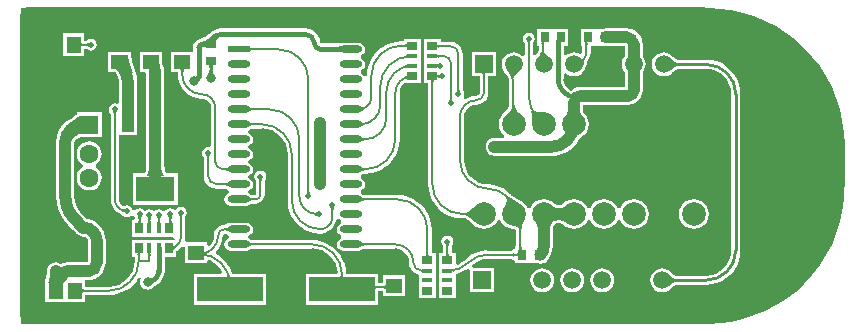
<source format=gtl>
G04 Layer_Physical_Order=1*
G04 Layer_Color=255*
%FSLAX25Y25*%
%MOIN*%
G70*
G01*
G75*
%ADD10C,0.03937*%
%ADD11C,0.01772*%
%ADD12C,0.00787*%
%ADD13C,0.01000*%
%ADD14C,0.05905*%
%ADD15C,0.01575*%
%ADD16R,0.05512X0.04921*%
%ADD17R,0.02756X0.03543*%
%ADD18R,0.03937X0.08465*%
%ADD19R,0.12795X0.08465*%
%ADD20R,0.04921X0.05512*%
%ADD21R,0.02559X0.03543*%
%ADD22R,0.01772X0.03543*%
%ADD23O,0.07480X0.02362*%
%ADD24R,0.07480X0.02362*%
%ADD25R,0.22047X0.08268*%
%ADD26R,0.03543X0.02756*%
%ADD27R,0.03543X0.02559*%
%ADD28R,0.03543X0.01772*%
%ADD29C,0.07874*%
%ADD30C,0.06299*%
%ADD31R,0.06299X0.06299*%
%ADD32O,0.14961X0.11024*%
%ADD33C,0.05905*%
%ADD34R,0.05905X0.05905*%
%ADD35C,0.03150*%
%ADD36C,0.01968*%
G36*
X565591Y526739D02*
X565591Y526739D01*
X566374Y526728D01*
X569575Y526588D01*
X573522Y526069D01*
X577408Y525207D01*
X581205Y524010D01*
X584883Y522486D01*
X588415Y520648D01*
X591772Y518509D01*
X594931Y516085D01*
X597866Y513396D01*
X600555Y510461D01*
X602979Y507302D01*
X605118Y503945D01*
X606956Y500413D01*
X608480Y496735D01*
X609677Y492939D01*
X610539Y489052D01*
X611058Y485105D01*
X611231Y481156D01*
X611209Y481134D01*
X611209D01*
X611317Y480589D01*
Y467920D01*
X611261Y467430D01*
X611209Y467170D01*
X611209Y467169D01*
X611199Y466386D01*
X611058Y463165D01*
X610539Y459218D01*
X609677Y455331D01*
X608480Y451534D01*
X606956Y447856D01*
X605118Y444325D01*
X602979Y440967D01*
X600555Y437809D01*
X597866Y434873D01*
X594931Y432184D01*
X591772Y429760D01*
X588415Y427621D01*
X584883Y425783D01*
X581205Y424260D01*
X577409Y423062D01*
X573522Y422201D01*
X569575Y421681D01*
X566406Y421543D01*
X565624Y421530D01*
D01*
X564882Y421422D01*
X336622D01*
Y526848D01*
X565046D01*
X565591Y526739D01*
D02*
G37*
%LPC*%
G36*
X561000Y463055D02*
X559711Y462885D01*
X558510Y462388D01*
X557479Y461596D01*
X556687Y460565D01*
X556190Y459364D01*
X556020Y458075D01*
X556190Y456786D01*
X556687Y455585D01*
X557479Y454554D01*
X558510Y453762D01*
X559711Y453265D01*
X561000Y453095D01*
X562289Y453265D01*
X563490Y453762D01*
X564521Y454554D01*
X565312Y455585D01*
X565810Y456786D01*
X565980Y458075D01*
X565810Y459364D01*
X565312Y460565D01*
X564521Y461596D01*
X563490Y462388D01*
X562289Y462885D01*
X561000Y463055D01*
D02*
G37*
G36*
X383756Y512213D02*
X376244D01*
Y505291D01*
X377736D01*
X378506Y505131D01*
Y489516D01*
Y483500D01*
Y474425D01*
X378493Y473949D01*
X378440Y473348D01*
X378357Y472844D01*
X378248Y472440D01*
X378126Y472141D01*
X378005Y471942D01*
X377900Y471829D01*
X377811Y471769D01*
X377710Y471733D01*
X377551Y471716D01*
X374102D01*
Y461252D01*
X388898D01*
Y471716D01*
X385449D01*
X385290Y471733D01*
X385189Y471769D01*
X385100Y471829D01*
X384995Y471942D01*
X384874Y472141D01*
X384752Y472440D01*
X384643Y472844D01*
X384559Y473348D01*
X384507Y473949D01*
X384494Y474425D01*
Y483500D01*
Y489516D01*
Y505131D01*
X384508D01*
X384351Y506716D01*
X383889Y508242D01*
X383756Y508490D01*
Y512213D01*
D02*
G37*
G36*
X476618Y516496D02*
X471075D01*
Y511937D01*
Y508787D01*
Y505638D01*
Y501701D01*
X472426D01*
Y468075D01*
X472417D01*
X472558Y466287D01*
X472977Y464543D01*
X473663Y462886D01*
X474600Y461357D01*
X475765Y459994D01*
X477129Y458829D01*
X478658Y457892D01*
X480315Y457205D01*
X482059Y456787D01*
X483847Y456646D01*
Y456654D01*
X484750D01*
X484780Y456651D01*
X484902Y456618D01*
X485084Y456544D01*
X485316Y456421D01*
X485591Y456247D01*
X485886Y456033D01*
X487041Y455022D01*
X487372Y454693D01*
X487479Y454554D01*
X488510Y453762D01*
X489711Y453265D01*
X491000Y453095D01*
X492289Y453265D01*
X493490Y453762D01*
X494521Y454554D01*
X495312Y455585D01*
X495574Y456216D01*
X496426D01*
X496688Y455585D01*
X497479Y454554D01*
X498510Y453762D01*
X499711Y453265D01*
X500724Y453132D01*
X500747Y453125D01*
X500809Y453121D01*
X501000Y453095D01*
X501243Y453022D01*
X501732Y452837D01*
Y447272D01*
X501366D01*
Y447045D01*
X501289Y446824D01*
X501026Y446354D01*
X500711Y446265D01*
X500663Y446240D01*
X500610Y446229D01*
X500488Y446148D01*
X500359Y446080D01*
X500324Y446038D01*
X500279Y446008D01*
X500221Y445921D01*
X492035D01*
Y445942D01*
X490089Y445750D01*
X488217Y445182D01*
X486492Y444260D01*
X484980Y443019D01*
X484980Y443019D01*
X484408Y442501D01*
X483757Y441967D01*
X482406Y441245D01*
X481998Y441367D01*
X481618Y441649D01*
Y444996D01*
X480267D01*
Y447409D01*
X480277Y447416D01*
X480716Y448072D01*
X480870Y448846D01*
X480716Y449621D01*
X480277Y450277D01*
X479621Y450716D01*
X478847Y450870D01*
X478072Y450716D01*
X477416Y450277D01*
X476977Y449621D01*
X476823Y448846D01*
X476977Y448072D01*
X477416Y447416D01*
X477425Y447409D01*
Y444996D01*
X476075D01*
Y440437D01*
Y437287D01*
Y434138D01*
Y430201D01*
X481618D01*
Y434138D01*
Y438037D01*
X481683Y438065D01*
X481773Y438084D01*
X481786Y438093D01*
X482599Y438288D01*
X484205Y438953D01*
X485688Y439861D01*
X485760Y439923D01*
X486547Y439560D01*
X486547Y439379D01*
X486547Y439379D01*
X486547Y439356D01*
Y432047D01*
X494453D01*
Y439953D01*
X487568D01*
X487003Y440600D01*
X486970Y440725D01*
X487010Y440990D01*
X487590Y441490D01*
X488076Y441890D01*
X489309Y442548D01*
X490645Y442954D01*
X491996Y443087D01*
X492035Y443079D01*
X500221D01*
X500279Y442992D01*
X500324Y442962D01*
X500359Y442920D01*
X500488Y442852D01*
X500610Y442771D01*
X500663Y442760D01*
X500711Y442735D01*
X500857Y442722D01*
X501000Y442693D01*
X501289Y442176D01*
X501366Y441955D01*
Y441728D01*
X506090D01*
X506122Y441728D01*
X506878D01*
X506910Y441728D01*
X508781D01*
X509071Y441608D01*
X509846Y441506D01*
X510621Y441608D01*
X510912Y441728D01*
X511634D01*
Y441729D01*
X511969Y442377D01*
X512832Y443429D01*
X513474Y444629D01*
X513869Y445931D01*
X514002Y447285D01*
X513994D01*
Y452440D01*
X514017Y453048D01*
X514050Y453352D01*
X514096Y453632D01*
X514151Y453874D01*
X514214Y454078D01*
X514281Y454244D01*
X514348Y454373D01*
X514412Y454467D01*
X514422Y454478D01*
X514521Y454554D01*
X514597Y454653D01*
X514608Y454663D01*
X514702Y454727D01*
X514831Y454794D01*
X514997Y454861D01*
X515201Y454924D01*
X515443Y454979D01*
X515710Y455023D01*
X516041Y455050D01*
X516277Y455025D01*
X516557Y454979D01*
X516799Y454924D01*
X517003Y454861D01*
X517169Y454794D01*
X517298Y454727D01*
X517392Y454663D01*
X517403Y454653D01*
X517479Y454554D01*
X518510Y453762D01*
X519711Y453265D01*
X521000Y453095D01*
X522289Y453265D01*
X523490Y453762D01*
X524521Y454554D01*
X525313Y455585D01*
X525574Y456216D01*
X526426D01*
X526687Y455585D01*
X527479Y454554D01*
X528510Y453762D01*
X529711Y453265D01*
X531000Y453095D01*
X532289Y453265D01*
X533490Y453762D01*
X534521Y454554D01*
X535313Y455585D01*
X535574Y456216D01*
X536426D01*
X536688Y455585D01*
X537479Y454554D01*
X538510Y453762D01*
X539711Y453265D01*
X541000Y453095D01*
X542289Y453265D01*
X543490Y453762D01*
X544521Y454554D01*
X545312Y455585D01*
X545810Y456786D01*
X545980Y458075D01*
X545810Y459364D01*
X545312Y460565D01*
X544521Y461596D01*
X543490Y462388D01*
X542289Y462885D01*
X541000Y463055D01*
X539711Y462885D01*
X538510Y462388D01*
X537479Y461596D01*
X536688Y460565D01*
X536426Y459934D01*
X535574D01*
X535313Y460565D01*
X534521Y461596D01*
X533490Y462388D01*
X532289Y462885D01*
X531000Y463055D01*
X529711Y462885D01*
X528510Y462388D01*
X527479Y461596D01*
X526687Y460565D01*
X526426Y459934D01*
X525574D01*
X525313Y460565D01*
X524521Y461596D01*
X523490Y462388D01*
X522289Y462885D01*
X521000Y463055D01*
X519711Y462885D01*
X518510Y462388D01*
X517479Y461596D01*
X517403Y461497D01*
X517392Y461487D01*
X517298Y461423D01*
X517169Y461356D01*
X517003Y461289D01*
X516799Y461226D01*
X516557Y461171D01*
X516290Y461127D01*
X515959Y461100D01*
X515723Y461125D01*
X515443Y461171D01*
X515201Y461226D01*
X514997Y461289D01*
X514831Y461356D01*
X514702Y461423D01*
X514608Y461487D01*
X514597Y461497D01*
X514521Y461596D01*
X513490Y462388D01*
X512289Y462885D01*
X511000Y463055D01*
X509711Y462885D01*
X508510Y462388D01*
X507479Y461596D01*
X506687Y460565D01*
X506426Y459934D01*
X505574D01*
X505312Y460565D01*
X504521Y461596D01*
X503490Y462388D01*
X503368Y462438D01*
X500499Y464213D01*
X500030Y464538D01*
X499928Y464618D01*
X499864Y464677D01*
X499854Y464683D01*
X499551Y465052D01*
X498056Y466278D01*
X496351Y467190D01*
X494500Y467752D01*
X492575Y467941D01*
Y467941D01*
X491804Y467980D01*
X490981Y468061D01*
X489448Y468526D01*
X488036Y469281D01*
X486798Y470297D01*
X485781Y471536D01*
X485026Y472948D01*
X484561Y474481D01*
X484410Y476019D01*
X484421Y476075D01*
Y490500D01*
X484414Y490537D01*
X484548Y491559D01*
X484957Y492546D01*
X485607Y493393D01*
X486454Y494043D01*
X487441Y494452D01*
X487746Y494492D01*
X488500Y494573D01*
Y494573D01*
X489516Y494706D01*
X490464Y495099D01*
X491277Y495723D01*
X491901Y496536D01*
X492294Y497483D01*
X492427Y498500D01*
X492421D01*
Y504047D01*
X494953D01*
Y511953D01*
X487047D01*
Y504047D01*
X489579D01*
Y498500D01*
X489577D01*
X489495Y498088D01*
X489261Y497739D01*
X489181Y497684D01*
X488500Y497427D01*
X488500Y497427D01*
X487149Y497294D01*
X485849Y496900D01*
X484652Y496260D01*
X484104Y496829D01*
X484369Y497226D01*
X484523Y498000D01*
X484369Y498774D01*
X483931Y499431D01*
X483921Y499437D01*
Y511500D01*
X483927D01*
X483793Y512516D01*
X483401Y513464D01*
X482777Y514277D01*
X481964Y514901D01*
X481016Y515294D01*
X480000Y515427D01*
Y515421D01*
X476618D01*
Y516496D01*
D02*
G37*
G36*
X551000Y511987D02*
X549968Y511851D01*
X549007Y511453D01*
X548181Y510819D01*
X547547Y509993D01*
X547149Y509032D01*
X547013Y508000D01*
X547149Y506968D01*
X547547Y506007D01*
X548181Y505181D01*
X549007Y504547D01*
X549968Y504149D01*
X551000Y504013D01*
X552032Y504149D01*
X552993Y504547D01*
X553819Y505181D01*
X553885Y505266D01*
X554105Y505483D01*
X554627Y505939D01*
X554844Y506101D01*
X555049Y506236D01*
X555232Y506338D01*
X555389Y506409D01*
X555516Y506452D01*
X555604Y506471D01*
X565000D01*
X565068Y506484D01*
X566656Y506328D01*
X568249Y505845D01*
X569717Y505060D01*
X571004Y504004D01*
X572060Y502717D01*
X572845Y501249D01*
X573328Y499656D01*
X573484Y498068D01*
X573471Y498000D01*
Y446000D01*
X573484Y445932D01*
X573328Y444344D01*
X572845Y442751D01*
X572060Y441283D01*
X571004Y439996D01*
X569717Y438940D01*
X568249Y438155D01*
X566656Y437672D01*
X565068Y437516D01*
X565000Y437529D01*
X555104D01*
X555016Y437548D01*
X554889Y437591D01*
X554732Y437662D01*
X554549Y437764D01*
X554343Y437899D01*
X554127Y438061D01*
X553605Y438517D01*
X553385Y438734D01*
X553319Y438819D01*
X552493Y439453D01*
X551532Y439851D01*
X550500Y439987D01*
X549468Y439851D01*
X548507Y439453D01*
X547681Y438819D01*
X547047Y437993D01*
X546649Y437032D01*
X546513Y436000D01*
X546649Y434968D01*
X547047Y434007D01*
X547681Y433181D01*
X548507Y432547D01*
X549468Y432149D01*
X550500Y432013D01*
X551532Y432149D01*
X552493Y432547D01*
X553319Y433181D01*
X553385Y433266D01*
X553605Y433483D01*
X554127Y433939D01*
X554344Y434101D01*
X554549Y434236D01*
X554732Y434338D01*
X554889Y434409D01*
X555016Y434452D01*
X555104Y434471D01*
X565000D01*
Y434464D01*
X566805Y434607D01*
X568565Y435029D01*
X570237Y435722D01*
X571780Y436667D01*
X573157Y437843D01*
X574333Y439220D01*
X575278Y440763D01*
X575971Y442435D01*
X576394Y444195D01*
X576536Y446000D01*
X576529D01*
Y498000D01*
X576536D01*
X576394Y499805D01*
X575971Y501565D01*
X575278Y503237D01*
X574333Y504780D01*
X573157Y506157D01*
X571780Y507333D01*
X570237Y508278D01*
X568565Y508971D01*
X566805Y509394D01*
X565000Y509536D01*
Y509529D01*
X555604D01*
X555516Y509548D01*
X555389Y509591D01*
X555232Y509662D01*
X555049Y509764D01*
X554843Y509899D01*
X554627Y510061D01*
X554105Y510517D01*
X553885Y510734D01*
X553819Y510819D01*
X552993Y511453D01*
X552032Y511851D01*
X551000Y511987D01*
D02*
G37*
G36*
X372257Y512220D02*
X372217Y512213D01*
X372120D01*
X372120Y512213D01*
X372120Y512213D01*
X365744D01*
Y505291D01*
X368253D01*
X368304Y505222D01*
X368557Y504764D01*
X369144Y503307D01*
X369369Y502592D01*
X369456Y501706D01*
X369451Y501665D01*
Y495364D01*
X368964Y495008D01*
X368663Y494891D01*
X368000Y495023D01*
X367226Y494869D01*
X366569Y494431D01*
X366131Y493774D01*
X365977Y493000D01*
X366131Y492226D01*
X366569Y491569D01*
X366579Y491563D01*
Y463000D01*
X366560D01*
X366745Y461592D01*
X367289Y460280D01*
X368153Y459153D01*
X369280Y458289D01*
X369974Y458001D01*
X369995Y457983D01*
X370064Y457961D01*
X370126Y457922D01*
X370206Y457891D01*
X370250Y457872D01*
X370354Y457819D01*
X370372Y457807D01*
X370393Y457793D01*
X370406Y457783D01*
X370411Y457778D01*
X370433Y457752D01*
X370465Y457726D01*
X370569Y457569D01*
X371226Y457131D01*
X372000Y456977D01*
X372774Y457131D01*
X373431Y457569D01*
X373502Y457677D01*
X374224Y457533D01*
X374560Y456813D01*
X374199Y456118D01*
X373701D01*
Y450575D01*
X387448D01*
X387950Y449830D01*
X387755Y449425D01*
X373701D01*
Y443882D01*
X374559D01*
Y442500D01*
X374572Y442437D01*
X374413Y440823D01*
X373924Y439210D01*
X373129Y437723D01*
X372060Y436420D01*
X370757Y435351D01*
X369270Y434557D01*
X367658Y434067D01*
X366043Y433909D01*
X365980Y433921D01*
X358209D01*
Y436006D01*
X359000D01*
Y436003D01*
X360170Y436118D01*
X361295Y436459D01*
X362332Y437013D01*
X363241Y437759D01*
X363987Y438668D01*
X364541Y439705D01*
X364882Y440830D01*
X364997Y442000D01*
X364994D01*
Y449061D01*
X365005D01*
X364860Y450527D01*
X364433Y451936D01*
X363738Y453236D01*
X362804Y454375D01*
X361665Y455309D01*
X360366Y456004D01*
X358956Y456431D01*
X358854Y456441D01*
X356546Y458749D01*
X356513Y458774D01*
X355667Y459805D01*
X355019Y461018D01*
X354620Y462334D01*
X354489Y463662D01*
X354494Y463703D01*
Y482000D01*
X354494Y482002D01*
X354562Y482522D01*
X354688Y482593D01*
X354693Y482597D01*
X354699Y482599D01*
X356685Y483750D01*
X356701Y483765D01*
X363650D01*
Y492064D01*
X356401D01*
X356362Y492071D01*
X356324Y492064D01*
X355350D01*
Y491290D01*
X355313Y491248D01*
X355157Y491107D01*
X353253Y489848D01*
X352455Y489421D01*
X352205Y489216D01*
X352204Y489216D01*
X352199Y489211D01*
X351103Y488311D01*
X349993Y486959D01*
X349168Y485416D01*
X348660Y483741D01*
X348488Y482000D01*
X348506D01*
Y463703D01*
X348491D01*
X348652Y461668D01*
X348992Y460251D01*
X349008Y460128D01*
X349040Y460051D01*
X349128Y459683D01*
X349909Y457797D01*
X350976Y456057D01*
X352302Y454504D01*
X352312Y454515D01*
X355373Y451454D01*
X355993Y450978D01*
X356715Y450679D01*
X357490Y450577D01*
X357505Y450579D01*
X358072Y450466D01*
X358565Y450136D01*
X358895Y449643D01*
X359008Y449075D01*
X359006Y449061D01*
Y442805D01*
X359000Y442020D01*
X358986Y442014D01*
X358980Y442000D01*
X358195Y441994D01*
X352500D01*
Y442003D01*
X351085Y441864D01*
X349849Y441489D01*
X349749Y441565D01*
X349027Y441864D01*
X348252Y441967D01*
X347477Y441864D01*
X346755Y441565D01*
X346135Y441090D01*
X345659Y440470D01*
X345360Y439747D01*
X345258Y438972D01*
Y438242D01*
X345222Y437131D01*
X345167Y436494D01*
X345066Y436312D01*
X345056Y436280D01*
X345038Y436256D01*
X344791D01*
Y435599D01*
X344759Y435495D01*
X344747Y435388D01*
X344756Y435292D01*
X344745Y435195D01*
X344774Y435096D01*
X344783Y434992D01*
X344791Y434976D01*
Y428744D01*
X358209D01*
Y431079D01*
X365980D01*
Y431071D01*
X367768Y431212D01*
X369512Y431630D01*
X371169Y432317D01*
X372698Y433254D01*
X374062Y434418D01*
X375226Y435782D01*
X375754Y436643D01*
X376002Y437047D01*
X376705Y436688D01*
X376491Y436172D01*
X376403Y435500D01*
X376491Y434828D01*
X376751Y434201D01*
X377164Y433664D01*
X377701Y433251D01*
X378328Y432992D01*
X379000Y432903D01*
X379672Y432992D01*
X380298Y433251D01*
X380836Y433664D01*
X381094Y434000D01*
X381117Y434011D01*
X381145Y434024D01*
X381215Y434072D01*
X381294Y434104D01*
X381299Y434108D01*
X381803Y434317D01*
X382965Y435209D01*
X383856Y436370D01*
X384416Y437722D01*
X384607Y439173D01*
X384596D01*
Y443882D01*
X388496D01*
Y445764D01*
X388553Y445797D01*
X388599Y445820D01*
X388827Y445915D01*
X389909Y446745D01*
X390457Y447459D01*
X391244Y447191D01*
Y441791D01*
X398756D01*
Y442295D01*
X399388Y442764D01*
X399589Y442703D01*
X401076Y441909D01*
X402379Y440839D01*
X403448Y439537D01*
X403837Y438809D01*
X403432Y438134D01*
X394276D01*
Y427866D01*
X418323D01*
Y438134D01*
X407207D01*
X407169Y438292D01*
X406483Y439949D01*
X405545Y441478D01*
X404381Y442841D01*
X403017Y444006D01*
X401869Y444709D01*
X401727Y445373D01*
X401735Y445591D01*
X401769Y445679D01*
X402638Y446738D01*
X403347Y448065D01*
X403783Y449504D01*
X403931Y451000D01*
X404346Y451472D01*
X405160Y451438D01*
X405168Y451428D01*
X405889Y450945D01*
X406110Y450901D01*
Y450099D01*
X405889Y450055D01*
X405168Y449573D01*
X404686Y448851D01*
X404516Y448000D01*
X404686Y447149D01*
X405168Y446427D01*
X405889Y445945D01*
X406740Y445776D01*
X411858D01*
X412709Y445945D01*
X413431Y446427D01*
X413530Y446576D01*
X413559Y446579D01*
X433701D01*
X433764Y446592D01*
X435378Y446432D01*
X436991Y445943D01*
X438477Y445149D01*
X439780Y444079D01*
X440849Y442777D01*
X441644Y441290D01*
X442133Y439677D01*
X442228Y438717D01*
X441699Y438134D01*
X431677D01*
Y427866D01*
X455724D01*
Y432339D01*
X457244D01*
Y430791D01*
X464756D01*
Y437713D01*
X457244D01*
Y435181D01*
X455724D01*
Y438134D01*
X445119D01*
X444989Y439788D01*
X444570Y441532D01*
X443884Y443189D01*
X442947Y444718D01*
X441782Y446081D01*
X440418Y447246D01*
X438889Y448183D01*
X437232Y448870D01*
X435489Y449288D01*
X433701Y449429D01*
Y449421D01*
X413532D01*
X413431Y449573D01*
X412709Y450055D01*
X412488Y450099D01*
Y450901D01*
X412709Y450945D01*
X413431Y451428D01*
X413913Y452149D01*
X414082Y453000D01*
X413913Y453851D01*
X413431Y454572D01*
X412709Y455055D01*
X411858Y455224D01*
X406740D01*
X405889Y455055D01*
X405213Y454603D01*
X404500Y454423D01*
Y454423D01*
X403614Y454306D01*
X402788Y453964D01*
X402080Y453420D01*
X401536Y452711D01*
X401194Y451886D01*
X401077Y451000D01*
X401077D01*
X400998Y450245D01*
X400933Y449748D01*
X400450Y448581D01*
X399681Y447579D01*
X399462Y447411D01*
X398756Y447760D01*
Y448713D01*
X391958D01*
X391839Y448776D01*
X391315Y449500D01*
X391438Y450437D01*
X391421D01*
Y457063D01*
X391431Y457069D01*
X391869Y457726D01*
X392023Y458500D01*
X391869Y459274D01*
X391431Y459931D01*
X390774Y460369D01*
X390000Y460523D01*
X389226Y460369D01*
X388569Y459931D01*
X388545Y459895D01*
X387930Y459431D01*
X387274Y459869D01*
X386500Y460023D01*
X385726Y459869D01*
X385069Y459431D01*
X384965Y459275D01*
X384104Y459147D01*
X383447Y459586D01*
X382673Y459740D01*
X381899Y459586D01*
X381698Y459451D01*
X381098Y459206D01*
X380499Y459451D01*
X380298Y459586D01*
X379524Y459740D01*
X378749Y459586D01*
X378093Y459147D01*
X377702Y459418D01*
X377694Y459431D01*
X377038Y459869D01*
X376264Y460023D01*
X375490Y459869D01*
X374833Y459431D01*
X374762Y459323D01*
X373926Y459490D01*
X373869Y459774D01*
X373431Y460431D01*
X372774Y460869D01*
X372000Y461023D01*
X371226Y460869D01*
X370934Y460674D01*
X370711Y460767D01*
X370177Y461177D01*
X369767Y461711D01*
X369510Y462333D01*
X369422Y463000D01*
X369421D01*
Y483519D01*
X369476Y484283D01*
X375413D01*
Y489321D01*
X375439Y489516D01*
Y501665D01*
X375453D01*
X375293Y503700D01*
X374939Y505175D01*
X374939Y505197D01*
X374926Y505230D01*
X374921Y505250D01*
X374918Y505285D01*
X374885Y505399D01*
X374817Y505685D01*
X374772Y505794D01*
X373837Y509037D01*
X373304Y511051D01*
X373268Y511228D01*
X373256Y511325D01*
X373256Y511325D01*
Y512213D01*
X372293D01*
X372257Y512220D01*
D02*
G37*
G36*
X357709Y518256D02*
X350787D01*
Y510744D01*
X357709D01*
Y513079D01*
X358563D01*
X358569Y513069D01*
X359226Y512631D01*
X360000Y512477D01*
X360774Y512631D01*
X361431Y513069D01*
X361869Y513726D01*
X362023Y514500D01*
X361869Y515274D01*
X361431Y515931D01*
X360774Y516369D01*
X360000Y516523D01*
X359226Y516369D01*
X358569Y515931D01*
X358563Y515921D01*
X357709D01*
Y518256D01*
D02*
G37*
G36*
X359500Y482257D02*
X358417Y482115D01*
X357407Y481696D01*
X356540Y481031D01*
X355875Y480164D01*
X355457Y479155D01*
X355315Y478072D01*
X355457Y476988D01*
X355875Y475979D01*
X356540Y475112D01*
X357215Y474595D01*
X357283Y474320D01*
Y473949D01*
X357215Y473674D01*
X356540Y473157D01*
X355875Y472290D01*
X355457Y471281D01*
X355315Y470198D01*
X355457Y469114D01*
X355875Y468105D01*
X356540Y467238D01*
X357407Y466573D01*
X358417Y466155D01*
X359500Y466012D01*
X360583Y466155D01*
X361593Y466573D01*
X362459Y467238D01*
X363125Y468105D01*
X363543Y469114D01*
X363685Y470198D01*
X363543Y471281D01*
X363125Y472290D01*
X362459Y473157D01*
X361785Y473674D01*
X361717Y473949D01*
Y474320D01*
X361785Y474595D01*
X362459Y475112D01*
X363125Y475979D01*
X363543Y476988D01*
X363685Y478072D01*
X363543Y479155D01*
X363125Y480164D01*
X362459Y481031D01*
X361593Y481696D01*
X360583Y482115D01*
X359500Y482257D01*
D02*
G37*
G36*
X403244Y519930D02*
X401905Y519754D01*
X400657Y519237D01*
X399585Y518415D01*
X399421Y518200D01*
X399270Y518029D01*
X398844Y517594D01*
X398673Y517442D01*
X398516Y517318D01*
X398385Y517229D01*
X398286Y517173D01*
X398226Y517147D01*
X398211Y517143D01*
X398142Y517137D01*
X398133Y517134D01*
X397228D01*
Y516673D01*
X397110Y516650D01*
X396436Y516561D01*
X395672Y516244D01*
X395015Y515741D01*
X394512Y515084D01*
X394195Y514320D01*
X394106Y513646D01*
X394077Y513500D01*
Y512213D01*
X386744D01*
Y505291D01*
X389079D01*
Y504500D01*
X389068D01*
X389220Y502953D01*
X389672Y501465D01*
X390405Y500093D01*
X391391Y498891D01*
X392593Y497905D01*
X393965Y497172D01*
X395453Y496721D01*
X397000Y496568D01*
Y496568D01*
X397752Y496484D01*
X397798Y496478D01*
X398541Y496170D01*
X399180Y495680D01*
X399670Y495041D01*
X399978Y494298D01*
X400081Y493511D01*
X400079Y493500D01*
Y480977D01*
X399292Y480402D01*
X399000Y480460D01*
X398226Y480306D01*
X397569Y479868D01*
X397131Y479211D01*
X396977Y478437D01*
X397131Y477663D01*
X397569Y477006D01*
X397579Y477000D01*
Y471000D01*
X397568D01*
X397719Y469853D01*
X398162Y468784D01*
X398866Y467866D01*
X399784Y467162D01*
X400853Y466719D01*
X402000Y466568D01*
Y466579D01*
X405066D01*
X405168Y466428D01*
X405889Y465945D01*
X406110Y465901D01*
Y465099D01*
X405889Y465055D01*
X405168Y464572D01*
X404686Y463851D01*
X404516Y463000D01*
X404686Y462149D01*
X405168Y461427D01*
X405889Y460945D01*
X406740Y460776D01*
X411858D01*
X412709Y460945D01*
X413431Y461427D01*
X413530Y461576D01*
X413559Y461579D01*
X415000D01*
X415035Y461586D01*
X415755Y461681D01*
X416459Y461972D01*
X417064Y462436D01*
X417528Y463041D01*
X417819Y463745D01*
X417914Y464465D01*
X417921Y464500D01*
Y469063D01*
X417931Y469069D01*
X418369Y469726D01*
X418523Y470500D01*
X418369Y471274D01*
X417931Y471931D01*
X417274Y472369D01*
X416500Y472523D01*
X415726Y472369D01*
X415069Y471931D01*
X414631Y471274D01*
X414477Y470500D01*
X414631Y469726D01*
X415069Y469069D01*
X415079Y469063D01*
Y464500D01*
X415061D01*
X415043Y464457D01*
X415000Y464439D01*
Y464421D01*
X413532D01*
X413431Y464572D01*
X412709Y465055D01*
X412488Y465099D01*
Y465901D01*
X412709Y465945D01*
X413431Y466428D01*
X413913Y467149D01*
X414082Y468000D01*
X413913Y468851D01*
X413431Y469572D01*
X412709Y470055D01*
X412488Y470099D01*
Y470901D01*
X412709Y470945D01*
X413431Y471427D01*
X413913Y472149D01*
X414082Y473000D01*
X413913Y473851D01*
X413431Y474573D01*
X412709Y475055D01*
X412488Y475099D01*
Y475901D01*
X412709Y475945D01*
X413431Y476428D01*
X413913Y477149D01*
X414082Y478000D01*
X413913Y478851D01*
X413431Y479572D01*
X412709Y480055D01*
X412488Y480099D01*
Y480901D01*
X412709Y480945D01*
X413431Y481427D01*
X413913Y482149D01*
X414082Y483000D01*
X413913Y483851D01*
X413431Y484573D01*
X412709Y485055D01*
X412488Y485099D01*
Y485901D01*
X412709Y485945D01*
X413431Y486427D01*
X413530Y486576D01*
X413559Y486579D01*
X417000D01*
X417063Y486591D01*
X418677Y486433D01*
X420290Y485943D01*
X421777Y485149D01*
X423079Y484080D01*
X424149Y482777D01*
X424943Y481290D01*
X425432Y479677D01*
X425592Y478063D01*
X425579Y478000D01*
Y462500D01*
X425573D01*
X425707Y460791D01*
X426107Y459123D01*
X426764Y457539D01*
X427660Y456077D01*
X428773Y454773D01*
X430077Y453660D01*
X431539Y452764D01*
X433123Y452107D01*
X434791Y451707D01*
X436500Y451573D01*
Y451560D01*
X437908Y451745D01*
X439220Y452289D01*
X440347Y453153D01*
X441211Y454280D01*
X441755Y455592D01*
X441825Y456124D01*
X442236Y456292D01*
X442652Y456372D01*
X443291Y455945D01*
X443512Y455901D01*
Y455099D01*
X443291Y455055D01*
X442569Y454572D01*
X442087Y453851D01*
X441918Y453000D01*
X442087Y452149D01*
X442569Y451428D01*
X443291Y450945D01*
X443512Y450901D01*
Y450099D01*
X443291Y450055D01*
X442569Y449573D01*
X442087Y448851D01*
X441918Y448000D01*
X442087Y447149D01*
X442569Y446427D01*
X443291Y445945D01*
X444142Y445776D01*
X449260D01*
X450111Y445945D01*
X450832Y446427D01*
X450932Y446576D01*
X450961Y446579D01*
X461500D01*
X461550Y446589D01*
X462689Y446439D01*
X463798Y445980D01*
X464750Y445250D01*
X465480Y444298D01*
X465939Y443189D01*
X465996Y442757D01*
X466070Y442000D01*
X466070D01*
X466215Y440898D01*
X466640Y439872D01*
X467317Y438990D01*
X468198Y438313D01*
X469225Y437888D01*
X469382Y437867D01*
Y434138D01*
Y430201D01*
X474925D01*
Y434138D01*
Y437287D01*
Y440437D01*
Y444996D01*
X473574D01*
Y453000D01*
X473583D01*
X473442Y454788D01*
X473023Y456532D01*
X472337Y458189D01*
X471400Y459718D01*
X470235Y461082D01*
X468871Y462246D01*
X467342Y463183D01*
X465685Y463870D01*
X463941Y464288D01*
X462153Y464429D01*
Y464421D01*
X450934D01*
X450832Y464572D01*
X450111Y465055D01*
X449890Y465099D01*
Y465901D01*
X450111Y465945D01*
X450832Y466428D01*
X451314Y467149D01*
X451484Y468000D01*
X451314Y468851D01*
X450832Y469572D01*
X450111Y470055D01*
X449890Y470099D01*
Y470901D01*
X450111Y470945D01*
X450785Y471396D01*
X451500Y471571D01*
Y471571D01*
X453288Y471712D01*
X455032Y472130D01*
X456689Y472817D01*
X458218Y473754D01*
X459582Y474919D01*
X460746Y476282D01*
X461683Y477811D01*
X462370Y479468D01*
X462788Y481212D01*
X462929Y483000D01*
X462921D01*
Y498500D01*
X462914Y498537D01*
X463048Y499554D01*
X463454Y500536D01*
X464101Y501379D01*
X464521Y501701D01*
X469925D01*
Y505638D01*
Y508787D01*
Y511937D01*
Y516496D01*
X464382D01*
Y515637D01*
X463500D01*
Y515646D01*
X461712Y515505D01*
X459968Y515086D01*
X458311Y514400D01*
X456782Y513463D01*
X455418Y512298D01*
X454254Y510934D01*
X453317Y509405D01*
X452630Y507748D01*
X452212Y506004D01*
X452071Y504217D01*
X451546Y503939D01*
X451350Y503874D01*
X451292Y503885D01*
X450832Y504572D01*
X450111Y505055D01*
X449890Y505099D01*
Y505901D01*
X450111Y505945D01*
X450832Y506427D01*
X451314Y507149D01*
X451484Y508000D01*
X451314Y508851D01*
X450832Y509573D01*
X450111Y510055D01*
X449890Y510099D01*
Y510901D01*
X450111Y510945D01*
X450832Y511427D01*
X451314Y512149D01*
X451484Y513000D01*
X451314Y513851D01*
X450832Y514572D01*
X450111Y515055D01*
X449260Y515224D01*
X444142D01*
X443291Y515055D01*
X443179Y514980D01*
X442190Y514923D01*
X436500D01*
Y514930D01*
X436451Y514951D01*
X436431Y515000D01*
X436428D01*
X436260Y516276D01*
X435768Y517464D01*
X434985Y518485D01*
X433964Y519268D01*
X432775Y519760D01*
X431500Y519928D01*
Y519923D01*
X403244D01*
Y519930D01*
D02*
G37*
G36*
X538500Y520016D02*
Y519994D01*
X531847D01*
X531072Y519892D01*
X530781Y519772D01*
X528909D01*
X528878Y519772D01*
Y519772D01*
X528122D01*
Y519772D01*
X523366D01*
Y515356D01*
X523364Y515350D01*
X523366Y515332D01*
Y515272D01*
X523359Y515233D01*
X523365Y515203D01*
X523352Y515164D01*
X523357Y515109D01*
X523347Y515056D01*
X523366Y514957D01*
Y514228D01*
X523733D01*
Y512153D01*
X523733Y512151D01*
X523708Y511964D01*
X523356Y511672D01*
X522908Y511524D01*
X522824Y511532D01*
X522668Y511605D01*
X522660Y511607D01*
X522654Y511612D01*
X522555Y511634D01*
X522032Y511851D01*
X521000Y511987D01*
X519968Y511851D01*
X519007Y511453D01*
X518350Y510949D01*
X517563Y511203D01*
Y514008D01*
X517571Y514107D01*
X517591Y514228D01*
X519134D01*
Y516824D01*
X519169Y517000D01*
X519134Y517176D01*
Y519772D01*
X514409D01*
X514378Y519772D01*
Y519772D01*
X513622D01*
Y519772D01*
X508866D01*
Y515356D01*
X508864Y515350D01*
X508866Y515332D01*
Y515272D01*
X508859Y515233D01*
X508865Y515203D01*
X508852Y515164D01*
X508857Y515109D01*
X508847Y515056D01*
X508866Y514957D01*
Y514228D01*
X509233D01*
Y512602D01*
X509217Y512535D01*
X509177Y512420D01*
X508972Y512000D01*
X508842Y511781D01*
X508208Y510880D01*
X508104Y510868D01*
X507421Y511148D01*
Y515063D01*
X507431Y515069D01*
X507869Y515726D01*
X508023Y516500D01*
X507869Y517274D01*
X507431Y517931D01*
X506774Y518369D01*
X506000Y518523D01*
X505226Y518369D01*
X504569Y517931D01*
X504131Y517274D01*
X503977Y516500D01*
X504131Y515726D01*
X504569Y515069D01*
X504579Y515063D01*
Y511122D01*
X503920Y510859D01*
X503792Y510840D01*
X502993Y511453D01*
X502032Y511851D01*
X501000Y511987D01*
X499968Y511851D01*
X499007Y511453D01*
X498181Y510819D01*
X497547Y509993D01*
X497149Y509032D01*
X497013Y508000D01*
X497149Y506968D01*
X497547Y506007D01*
X497821Y505650D01*
X497865Y505561D01*
X497865Y505561D01*
X497865Y505561D01*
X498152Y505187D01*
X498625Y504523D01*
X498969Y503971D01*
X499081Y503760D01*
X499164Y503580D01*
X499213Y503446D01*
X499230Y503382D01*
X499437Y494291D01*
X499435Y494261D01*
X499405Y494138D01*
X499335Y493955D01*
X499217Y493720D01*
X499049Y493441D01*
X498842Y493141D01*
X497858Y491963D01*
X497589Y491681D01*
X497479Y491596D01*
X496688Y490565D01*
X496190Y489364D01*
X496020Y488075D01*
X496190Y486786D01*
X496688Y485585D01*
X497479Y484554D01*
X497834Y484281D01*
X497567Y483494D01*
X494500D01*
X493725Y483392D01*
X493003Y483093D01*
X492383Y482617D01*
X491907Y481997D01*
X491608Y481275D01*
X491506Y480500D01*
X491608Y479725D01*
X491907Y479003D01*
X492383Y478383D01*
X493003Y477907D01*
X493725Y477608D01*
X494500Y477506D01*
X512748D01*
X513346Y477427D01*
Y477420D01*
X515013Y477551D01*
X516639Y477941D01*
X518184Y478581D01*
X519609Y479455D01*
X520881Y480541D01*
X521966Y481812D01*
X522840Y483238D01*
X522968Y483546D01*
X523490Y483763D01*
X524521Y484554D01*
X525313Y485585D01*
X525810Y486786D01*
X525980Y488075D01*
X525810Y489364D01*
X525313Y490565D01*
X524521Y491596D01*
X524422Y491672D01*
X524412Y491683D01*
X524348Y491777D01*
X524281Y491906D01*
X524214Y492072D01*
X524151Y492276D01*
X524096Y492518D01*
X524052Y492785D01*
X523995Y493475D01*
X523994Y493532D01*
Y494506D01*
X539000D01*
Y494489D01*
X540297Y494659D01*
X541506Y495160D01*
X542544Y495956D01*
X543340Y496994D01*
X543841Y498203D01*
X544011Y499500D01*
X543994D01*
Y504569D01*
X544012Y505326D01*
X544021Y505444D01*
X544453Y506007D01*
X544851Y506968D01*
X544987Y508000D01*
X544851Y509032D01*
X544453Y509993D01*
X544067Y510495D01*
X543994Y511885D01*
Y514500D01*
X544016D01*
X543828Y515928D01*
X543277Y517258D01*
X542400Y518400D01*
X541258Y519277D01*
X539928Y519828D01*
X538500Y520016D01*
D02*
G37*
G36*
X510500Y439987D02*
X509468Y439851D01*
X508507Y439453D01*
X507681Y438819D01*
X507047Y437993D01*
X506649Y437032D01*
X506513Y436000D01*
X506649Y434968D01*
X507047Y434007D01*
X507681Y433181D01*
X508507Y432547D01*
X509468Y432149D01*
X510500Y432013D01*
X511532Y432149D01*
X512493Y432547D01*
X513319Y433181D01*
X513953Y434007D01*
X514351Y434968D01*
X514487Y436000D01*
X514351Y437032D01*
X513953Y437993D01*
X513319Y438819D01*
X512493Y439453D01*
X511532Y439851D01*
X510500Y439987D01*
D02*
G37*
G36*
X520500D02*
X519468Y439851D01*
X518507Y439453D01*
X517681Y438819D01*
X517047Y437993D01*
X516649Y437032D01*
X516513Y436000D01*
X516649Y434968D01*
X517047Y434007D01*
X517681Y433181D01*
X518507Y432547D01*
X519468Y432149D01*
X520500Y432013D01*
X521532Y432149D01*
X522493Y432547D01*
X523319Y433181D01*
X523953Y434007D01*
X524351Y434968D01*
X524487Y436000D01*
X524351Y437032D01*
X523953Y437993D01*
X523319Y438819D01*
X522493Y439453D01*
X521532Y439851D01*
X520500Y439987D01*
D02*
G37*
G36*
X530500D02*
X529468Y439851D01*
X528507Y439453D01*
X527681Y438819D01*
X527047Y437993D01*
X526649Y437032D01*
X526513Y436000D01*
X526649Y434968D01*
X527047Y434007D01*
X527681Y433181D01*
X528507Y432547D01*
X529468Y432149D01*
X530500Y432013D01*
X531532Y432149D01*
X532493Y432547D01*
X533319Y433181D01*
X533953Y434007D01*
X534351Y434968D01*
X534487Y436000D01*
X534351Y437032D01*
X533953Y437993D01*
X533319Y438819D01*
X532493Y439453D01*
X531532Y439851D01*
X530500Y439987D01*
D02*
G37*
%LPD*%
G36*
X383488Y473891D02*
X383547Y473220D01*
X383646Y472627D01*
X383784Y472114D01*
X383961Y471680D01*
X384177Y471324D01*
X384433Y471048D01*
X384728Y470851D01*
X385063Y470732D01*
X385437Y470692D01*
X377563D01*
X377937Y470732D01*
X378272Y470851D01*
X378567Y471048D01*
X378823Y471324D01*
X379039Y471680D01*
X379217Y472114D01*
X379354Y472627D01*
X379453Y473220D01*
X379512Y473891D01*
X379532Y474642D01*
X383469D01*
X383488Y473891D01*
D02*
G37*
G36*
X488188Y455319D02*
X487737Y455768D01*
X486522Y456831D01*
X486164Y457091D01*
X485829Y457303D01*
X485517Y457469D01*
X485228Y457587D01*
X484963Y457658D01*
X484721Y457681D01*
Y458469D01*
X484963Y458492D01*
X485228Y458563D01*
X485517Y458681D01*
X485829Y458847D01*
X486164Y459059D01*
X486522Y459319D01*
X487309Y459980D01*
X487737Y460382D01*
X488188Y460831D01*
Y455319D01*
D02*
G37*
G36*
X504286Y455860D02*
X503994Y455192D01*
X503876Y454858D01*
X503693Y454194D01*
X503629Y453864D01*
X503584Y453534D01*
X503556Y453204D01*
X503547Y452876D01*
X502760D01*
X502740Y453101D01*
X502682Y453304D01*
X502586Y453485D01*
X502450Y453645D01*
X502276Y453782D01*
X502063Y453898D01*
X501812Y453992D01*
X501522Y454064D01*
X501193Y454114D01*
X500825Y454142D01*
X504459Y456196D01*
X504286Y455860D01*
D02*
G37*
G36*
X518188Y455319D02*
X518020Y455469D01*
X517823Y455603D01*
X517598Y455721D01*
X517344Y455823D01*
X517063Y455910D01*
X516752Y455980D01*
X516414Y456036D01*
X516054Y456074D01*
X515586Y456036D01*
X515248Y455980D01*
X514937Y455910D01*
X514656Y455823D01*
X514402Y455721D01*
X514177Y455603D01*
X513980Y455469D01*
X513812Y455319D01*
Y460831D01*
X513980Y460681D01*
X514177Y460547D01*
X514402Y460429D01*
X514656Y460327D01*
X514937Y460240D01*
X515248Y460170D01*
X515586Y460114D01*
X515946Y460076D01*
X516414Y460114D01*
X516752Y460170D01*
X517063Y460240D01*
X517344Y460327D01*
X517598Y460429D01*
X517823Y460547D01*
X518020Y460681D01*
X518188Y460831D01*
Y455319D01*
D02*
G37*
G36*
X499265Y463841D02*
X499426Y463716D01*
X499940Y463360D01*
X503023Y461453D01*
X497663Y460165D01*
X497958Y460660D01*
X498202Y461124D01*
X498395Y461556D01*
X498536Y461957D01*
X498627Y462326D01*
X498666Y462663D01*
X498654Y462968D01*
X498592Y463242D01*
X498478Y463484D01*
X498313Y463694D01*
X499168Y463932D01*
X499265Y463841D01*
D02*
G37*
G36*
X513606Y455095D02*
X513472Y454898D01*
X513354Y454673D01*
X513252Y454419D01*
X513165Y454138D01*
X513095Y453827D01*
X513039Y453489D01*
X513000Y453122D01*
X512968Y452303D01*
X509031D01*
X509024Y452727D01*
X508961Y453489D01*
X508906Y453827D01*
X508835Y454138D01*
X508748Y454419D01*
X508646Y454673D01*
X508528Y454898D01*
X508394Y455095D01*
X508244Y455263D01*
X513756D01*
X513606Y455095D01*
D02*
G37*
G36*
X480614Y439980D02*
X480637Y439923D01*
X480676Y439876D01*
X480730Y439839D01*
X480799Y439812D01*
X480884Y439796D01*
X480984Y439790D01*
X481100Y439794D01*
X481231Y439808D01*
X481378Y439833D01*
X481380Y439024D01*
X481231Y438992D01*
X481098Y438954D01*
X480981Y438912D01*
X480879Y438865D01*
X480792Y438813D01*
X480721Y438756D01*
X480666Y438694D01*
X480626Y438627D01*
X480603Y438555D01*
X480594Y438478D01*
X480606Y440047D01*
X480614Y439980D01*
D02*
G37*
G36*
X502378Y443713D02*
X502370Y443787D01*
X502347Y443854D01*
X502307Y443913D01*
X502252Y443965D01*
X502181Y444008D01*
X502095Y444043D01*
X501992Y444071D01*
X501874Y444091D01*
X501740Y444102D01*
X501591Y444106D01*
Y444894D01*
X501740Y444898D01*
X501874Y444909D01*
X501992Y444929D01*
X502095Y444957D01*
X502181Y444992D01*
X502252Y445035D01*
X502307Y445087D01*
X502347Y445146D01*
X502370Y445213D01*
X502378Y445287D01*
Y443713D01*
D02*
G37*
G36*
X501000D02*
X500992Y443787D01*
X500969Y443854D01*
X500929Y443913D01*
X500874Y443965D01*
X500803Y444008D01*
X500717Y444043D01*
X500614Y444071D01*
X500496Y444091D01*
X500362Y444102D01*
X500213Y444106D01*
Y444894D01*
X500362Y444898D01*
X500496Y444909D01*
X500614Y444929D01*
X500717Y444957D01*
X500803Y444992D01*
X500874Y445035D01*
X500929Y445087D01*
X500969Y445146D01*
X500992Y445213D01*
X501000Y445287D01*
Y443713D01*
D02*
G37*
G36*
X503551Y447092D02*
X503563Y446956D01*
X503583Y446836D01*
X503610Y446732D01*
X503646Y446644D01*
X503689Y446572D01*
X503740Y446516D01*
X503799Y446477D01*
X503866Y446453D01*
X503941Y446445D01*
X503648D01*
X503689Y446377D01*
X503740Y446321D01*
X503799Y446281D01*
X503866Y446256D01*
X503941Y446248D01*
X502378Y446260D01*
X502451Y446268D01*
X502516Y446291D01*
X502573Y446330D01*
X502622Y446386D01*
X502657Y446445D01*
X502366D01*
X502441Y446453D01*
X502508Y446477D01*
X502567Y446516D01*
X502618Y446572D01*
X502661Y446644D01*
X502697Y446732D01*
X502724Y446836D01*
X502744Y446956D01*
X502756Y447092D01*
X502760Y447244D01*
X503547D01*
X503551Y447092D01*
D02*
G37*
G36*
X479479Y448084D02*
X479429Y448019D01*
X479385Y447951D01*
X479347Y447878D01*
X479314Y447801D01*
X479287Y447720D01*
X479267Y447635D01*
X479252Y447545D01*
X479243Y447452D01*
X479240Y447354D01*
X478453D01*
X478450Y447452D01*
X478441Y447545D01*
X478426Y447635D01*
X478406Y447720D01*
X478379Y447801D01*
X478346Y447878D01*
X478308Y447951D01*
X478264Y448019D01*
X478214Y448084D01*
X478158Y448143D01*
X479535D01*
X479479Y448084D01*
D02*
G37*
G36*
X479244Y444620D02*
X479256Y444484D01*
X479276Y444364D01*
X479303Y444260D01*
X479339Y444172D01*
X479382Y444100D01*
X479433Y444044D01*
X479492Y444004D01*
X479559Y443980D01*
X479634Y443972D01*
X478059D01*
X478134Y443980D01*
X478201Y444004D01*
X478260Y444044D01*
X478311Y444100D01*
X478354Y444172D01*
X478390Y444260D01*
X478417Y444364D01*
X478437Y444484D01*
X478449Y444620D01*
X478453Y444771D01*
X479240D01*
X479244Y444620D01*
D02*
G37*
G36*
X475602Y511386D02*
X475626Y511319D01*
X475666Y511260D01*
X475722Y511209D01*
X475794Y511165D01*
X475882Y511130D01*
X475986Y511102D01*
X476106Y511083D01*
X476242Y511071D01*
X476394Y511067D01*
Y510280D01*
X476242Y510276D01*
X476106Y510264D01*
X475986Y510244D01*
X475882Y510217D01*
X475794Y510181D01*
X475722Y510138D01*
X475666Y510087D01*
X475626Y510028D01*
X475602Y509961D01*
X475594Y509886D01*
Y511461D01*
X475602Y511386D01*
D02*
G37*
G36*
X491713Y505051D02*
X491646Y505028D01*
X491587Y504988D01*
X491535Y504933D01*
X491492Y504862D01*
X491457Y504776D01*
X491429Y504673D01*
X491409Y504555D01*
X491398Y504422D01*
X491394Y504272D01*
X490606D01*
X490602Y504422D01*
X490590Y504555D01*
X490571Y504673D01*
X490543Y504776D01*
X490508Y504862D01*
X490465Y504933D01*
X490413Y504988D01*
X490354Y505028D01*
X490287Y505051D01*
X490213Y505059D01*
X491787D01*
X491713Y505051D01*
D02*
G37*
G36*
X475602Y508213D02*
X475626Y508146D01*
X475666Y508087D01*
X475671Y508082D01*
X475673Y508083D01*
X475737Y508133D01*
X475797Y508189D01*
Y507991D01*
X475882Y507957D01*
X475986Y507929D01*
X476106Y507909D01*
X476242Y507898D01*
X476394Y507894D01*
Y507106D01*
X476242Y507102D01*
X476106Y507091D01*
X475986Y507071D01*
X475882Y507043D01*
X475797Y507009D01*
Y506811D01*
X475737Y506867D01*
X475673Y506917D01*
X475671Y506918D01*
X475666Y506913D01*
X475626Y506854D01*
X475602Y506787D01*
X475594Y506713D01*
Y506967D01*
X475532Y507000D01*
X475455Y507032D01*
X475374Y507059D01*
X475289Y507080D01*
X475199Y507094D01*
X475105Y507103D01*
X475007Y507106D01*
Y507894D01*
X475105Y507897D01*
X475199Y507905D01*
X475289Y507920D01*
X475374Y507941D01*
X475455Y507968D01*
X475532Y508000D01*
X475594Y508033D01*
Y508287D01*
X475602Y508213D01*
D02*
G37*
G36*
Y514713D02*
X475626Y514646D01*
X475666Y514587D01*
X475722Y514535D01*
X475794Y514492D01*
X475882Y514457D01*
X475986Y514429D01*
X476106Y514409D01*
X476242Y514398D01*
X476394Y514394D01*
Y513606D01*
X476242Y513602D01*
X476106Y513590D01*
X475986Y513571D01*
X475882Y513543D01*
X475794Y513508D01*
X475722Y513465D01*
X475666Y513413D01*
X475626Y513354D01*
X475602Y513287D01*
X475594Y513213D01*
Y514787D01*
X475602Y514713D01*
D02*
G37*
G36*
X474559Y502705D02*
X474492Y502681D01*
X474433Y502642D01*
X474382Y502587D01*
X474339Y502516D01*
X474303Y502429D01*
X474276Y502327D01*
X474256Y502209D01*
X474244Y502075D01*
X474240Y501925D01*
X473453D01*
X473449Y502075D01*
X473437Y502209D01*
X473417Y502327D01*
X473390Y502429D01*
X473354Y502516D01*
X473311Y502587D01*
X473260Y502642D01*
X473201Y502681D01*
X473134Y502705D01*
X473059Y502713D01*
X474634D01*
X474559Y502705D01*
D02*
G37*
G36*
X475602Y504713D02*
X475626Y504646D01*
X475666Y504587D01*
X475722Y504535D01*
X475794Y504492D01*
X475882Y504457D01*
X475904Y504451D01*
X475955Y504467D01*
X476032Y504500D01*
X476104Y504538D01*
X476173Y504583D01*
X476237Y504633D01*
X476297Y504689D01*
Y504396D01*
X476394Y504394D01*
Y503606D01*
X476297Y503604D01*
Y503311D01*
X476237Y503367D01*
X476173Y503417D01*
X476104Y503462D01*
X476032Y503500D01*
X475955Y503533D01*
X475904Y503549D01*
X475882Y503543D01*
X475794Y503508D01*
X475722Y503465D01*
X475666Y503413D01*
X475626Y503354D01*
X475602Y503287D01*
X475594Y503213D01*
Y503604D01*
X475507Y503606D01*
Y504394D01*
X475594Y504396D01*
Y504787D01*
X475602Y504713D01*
D02*
G37*
G36*
X482897Y499395D02*
X482905Y499301D01*
X482920Y499211D01*
X482941Y499126D01*
X482968Y499045D01*
X483000Y498968D01*
X483038Y498896D01*
X483083Y498827D01*
X483133Y498763D01*
X483189Y498703D01*
X481811D01*
X481867Y498763D01*
X481917Y498827D01*
X481962Y498896D01*
X482000Y498968D01*
X482032Y499045D01*
X482059Y499126D01*
X482080Y499211D01*
X482094Y499301D01*
X482103Y499395D01*
X482106Y499493D01*
X482894D01*
X482897Y499395D01*
D02*
G37*
G36*
X480397Y496395D02*
X480406Y496301D01*
X480420Y496211D01*
X480441Y496126D01*
X480468Y496045D01*
X480500Y495968D01*
X480538Y495895D01*
X480583Y495827D01*
X480633Y495763D01*
X480689Y495703D01*
X479311D01*
X479367Y495763D01*
X479417Y495827D01*
X479462Y495895D01*
X479500Y495968D01*
X479532Y496045D01*
X479559Y496126D01*
X479580Y496211D01*
X479595Y496301D01*
X479603Y496395D01*
X479606Y496493D01*
X480394D01*
X480397Y496395D01*
D02*
G37*
G36*
X552911Y437769D02*
X553485Y437268D01*
X553758Y437064D01*
X554020Y436892D01*
X554272Y436751D01*
X554515Y436641D01*
X554747Y436563D01*
X554969Y436516D01*
X555182Y436500D01*
Y435500D01*
X554969Y435484D01*
X554747Y435437D01*
X554515Y435359D01*
X554272Y435249D01*
X554020Y435108D01*
X553758Y434936D01*
X553485Y434732D01*
X552911Y434231D01*
X552609Y433933D01*
Y438067D01*
X552911Y437769D01*
D02*
G37*
G36*
X553411Y509769D02*
X553985Y509268D01*
X554258Y509064D01*
X554520Y508892D01*
X554772Y508751D01*
X555015Y508641D01*
X555247Y508563D01*
X555469Y508516D01*
X555682Y508500D01*
Y507500D01*
X555469Y507484D01*
X555247Y507437D01*
X555015Y507359D01*
X554772Y507249D01*
X554520Y507108D01*
X554258Y506936D01*
X553985Y506732D01*
X553411Y506231D01*
X553109Y505933D01*
Y510067D01*
X553411Y509769D01*
D02*
G37*
G36*
X386898Y455742D02*
X386910Y455606D01*
X386929Y455486D01*
X386957Y455382D01*
X386992Y455294D01*
X387035Y455222D01*
X387087Y455166D01*
X387146Y455126D01*
X387213Y455102D01*
X387287Y455094D01*
X385713D01*
X385787Y455102D01*
X385854Y455126D01*
X385913Y455166D01*
X385965Y455222D01*
X386008Y455294D01*
X386043Y455382D01*
X386071Y455486D01*
X386090Y455606D01*
X386102Y455742D01*
X386106Y455894D01*
X386894D01*
X386898Y455742D01*
D02*
G37*
G36*
X383306Y456954D02*
X383256Y456889D01*
X383212Y456821D01*
X383173Y456748D01*
X383141Y456671D01*
X383114Y456590D01*
X383094Y456505D01*
X383079Y456416D01*
X383070Y456322D01*
X383067Y456224D01*
X382279D01*
X382277Y456322D01*
X382268Y456416D01*
X382253Y456505D01*
X382232Y456590D01*
X382206Y456671D01*
X382173Y456748D01*
X382135Y456821D01*
X382090Y456889D01*
X382040Y456954D01*
X381984Y457014D01*
X383362D01*
X383306Y456954D01*
D02*
G37*
G36*
X380156D02*
X380106Y456889D01*
X380062Y456821D01*
X380024Y456748D01*
X379991Y456671D01*
X379965Y456590D01*
X379944Y456505D01*
X379929Y456416D01*
X379920Y456322D01*
X379917Y456224D01*
X379130D01*
X379127Y456322D01*
X379118Y456416D01*
X379103Y456505D01*
X379083Y456590D01*
X379056Y456671D01*
X379024Y456748D01*
X378985Y456821D01*
X378941Y456889D01*
X378891Y456954D01*
X378835Y457014D01*
X380213D01*
X380156Y456954D01*
D02*
G37*
G36*
X376661Y455742D02*
X376673Y455606D01*
X376693Y455486D01*
X376720Y455382D01*
X376756Y455294D01*
X376799Y455222D01*
X376850Y455166D01*
X376909Y455126D01*
X376976Y455102D01*
X377051Y455094D01*
X375476D01*
X375551Y455102D01*
X375618Y455126D01*
X375677Y455166D01*
X375728Y455222D01*
X375772Y455294D01*
X375807Y455382D01*
X375835Y455486D01*
X375854Y455606D01*
X375866Y455742D01*
X375870Y455894D01*
X376658D01*
X376661Y455742D01*
D02*
G37*
G36*
X383071D02*
X383083Y455606D01*
X383102Y455486D01*
X383130Y455382D01*
X383165Y455294D01*
X383209Y455222D01*
X383260Y455166D01*
X383319Y455126D01*
X383386Y455102D01*
X383461Y455094D01*
X381886D01*
X381961Y455102D01*
X382028Y455126D01*
X382087Y455166D01*
X382138Y455222D01*
X382181Y455294D01*
X382217Y455382D01*
X382244Y455486D01*
X382264Y455606D01*
X382276Y455742D01*
X382279Y455894D01*
X383067D01*
X383071Y455742D01*
D02*
G37*
G36*
X379921D02*
X379933Y455606D01*
X379953Y455486D01*
X379980Y455382D01*
X380016Y455294D01*
X380059Y455222D01*
X380110Y455166D01*
X380169Y455126D01*
X380236Y455102D01*
X380311Y455094D01*
X378736D01*
X378811Y455102D01*
X378878Y455126D01*
X378937Y455166D01*
X378988Y455222D01*
X379031Y455294D01*
X379067Y455382D01*
X379095Y455486D01*
X379114Y455606D01*
X379126Y455742D01*
X379130Y455894D01*
X379917D01*
X379921Y455742D01*
D02*
G37*
G36*
X371218Y458403D02*
X371171Y458459D01*
X371119Y458513D01*
X371061Y458565D01*
X370997Y458615D01*
X370928Y458663D01*
X370852Y458709D01*
X370685Y458795D01*
X370592Y458835D01*
X370493Y458873D01*
X370590Y459681D01*
X370678Y459648D01*
X370764Y459624D01*
X370849Y459609D01*
X370932Y459604D01*
X371012Y459608D01*
X371091Y459622D01*
X371168Y459645D01*
X371243Y459677D01*
X371316Y459719D01*
X371387Y459770D01*
X371218Y458403D01*
D02*
G37*
G36*
X387133Y457237D02*
X387083Y457173D01*
X387038Y457104D01*
X387000Y457032D01*
X386967Y456955D01*
X386941Y456874D01*
X386920Y456789D01*
X386906Y456699D01*
X386897Y456605D01*
X386894Y456507D01*
X386106D01*
X386103Y456605D01*
X386094Y456699D01*
X386080Y456789D01*
X386059Y456874D01*
X386033Y456955D01*
X386000Y457032D01*
X385962Y457104D01*
X385917Y457173D01*
X385867Y457237D01*
X385811Y457297D01*
X387189D01*
X387133Y457237D01*
D02*
G37*
G36*
X376897D02*
X376847Y457173D01*
X376802Y457104D01*
X376764Y457032D01*
X376731Y456955D01*
X376705Y456874D01*
X376684Y456789D01*
X376669Y456699D01*
X376660Y456605D01*
X376658Y456507D01*
X375870D01*
X375867Y456605D01*
X375858Y456699D01*
X375844Y456789D01*
X375823Y456874D01*
X375796Y456955D01*
X375764Y457032D01*
X375725Y457104D01*
X375681Y457173D01*
X375631Y457237D01*
X375575Y457297D01*
X376953D01*
X376897Y457237D01*
D02*
G37*
G36*
X390633Y457737D02*
X390583Y457673D01*
X390538Y457605D01*
X390500Y457532D01*
X390468Y457455D01*
X390441Y457374D01*
X390420Y457289D01*
X390406Y457199D01*
X390397Y457105D01*
X390394Y457007D01*
X389606D01*
X389603Y457105D01*
X389595Y457199D01*
X389580Y457289D01*
X389559Y457374D01*
X389532Y457455D01*
X389500Y457532D01*
X389462Y457605D01*
X389417Y457673D01*
X389367Y457737D01*
X389311Y457797D01*
X390689D01*
X390633Y457737D01*
D02*
G37*
G36*
X444098Y437757D02*
X444110Y437621D01*
X444130Y437502D01*
X444158Y437398D01*
X444193Y437310D01*
X444236Y437238D01*
X444287Y437182D01*
X444347Y437142D01*
X444413Y437118D01*
X444488Y437110D01*
X442913D01*
X442988Y437118D01*
X443055Y437142D01*
X443114Y437182D01*
X443165Y437238D01*
X443209Y437310D01*
X443244Y437398D01*
X443272Y437502D01*
X443291Y437621D01*
X443303Y437757D01*
X443307Y437909D01*
X444095D01*
X444098Y437757D01*
D02*
G37*
G36*
X406259Y437735D02*
X406308Y437604D01*
X406361Y437488D01*
X406418Y437388D01*
X406479Y437303D01*
X406542Y437233D01*
X406610Y437179D01*
X406681Y437141D01*
X406756Y437118D01*
X406835Y437110D01*
X405198D01*
X405273Y437117D01*
X405335Y437141D01*
X405385Y437179D01*
X405423Y437232D01*
X405448Y437301D01*
X405461Y437386D01*
X405461Y437485D01*
X405448Y437600D01*
X405423Y437731D01*
X405386Y437876D01*
X406213Y437881D01*
X406259Y437735D01*
D02*
G37*
G36*
X350225Y438264D02*
X350252Y437884D01*
X352500Y437032D01*
X352158Y436519D01*
X351150Y435210D01*
X350989Y435068D01*
X350863Y435001D01*
X350773Y435007D01*
X350719Y435089D01*
X350701Y435244D01*
X345803D01*
X345761Y435280D01*
X345773Y435387D01*
X345838Y435565D01*
X345956Y435815D01*
X346164Y436188D01*
X346240Y437071D01*
X346279Y438264D01*
X346284Y438972D01*
X350220D01*
X350225Y438264D01*
D02*
G37*
G36*
X454708Y434472D02*
X454732Y434406D01*
X454772Y434346D01*
X454828Y434295D01*
X454900Y434252D01*
X454988Y434216D01*
X455092Y434189D01*
X455212Y434169D01*
X455348Y434158D01*
X455500Y434154D01*
Y433366D01*
X455348Y433362D01*
X455212Y433350D01*
X455092Y433331D01*
X454988Y433303D01*
X454900Y433268D01*
X454828Y433224D01*
X454772Y433173D01*
X454732Y433114D01*
X454708Y433047D01*
X454700Y432972D01*
Y434547D01*
X454708Y434472D01*
D02*
G37*
G36*
X357193Y433213D02*
X357217Y433146D01*
X357257Y433087D01*
X357313Y433035D01*
X357384Y432992D01*
X357472Y432957D01*
X357576Y432929D01*
X357696Y432909D01*
X357832Y432898D01*
X357984Y432894D01*
Y432106D01*
X357832Y432102D01*
X357696Y432091D01*
X357576Y432071D01*
X357472Y432043D01*
X357384Y432008D01*
X357313Y431965D01*
X357257Y431913D01*
X357217Y431854D01*
X357193Y431787D01*
X357185Y431713D01*
Y433287D01*
X357193Y433213D01*
D02*
G37*
G36*
X379921Y436782D02*
X379979Y436753D01*
X380036Y436731D01*
X380091Y436716D01*
X380146Y436707D01*
X380199Y436705D01*
X380252Y436710D01*
X380303Y436721D01*
X380353Y436739D01*
X380402Y436764D01*
X380738Y434959D01*
X380681Y434934D01*
X380578Y434881D01*
X380532Y434853D01*
X380490Y434824D01*
X380451Y434794D01*
X380416Y434763D01*
X380385Y434731D01*
X380358Y434698D01*
X380335Y434664D01*
X379862Y436818D01*
X379921Y436782D01*
D02*
G37*
G36*
X458268Y432972D02*
X458260Y433047D01*
X458236Y433114D01*
X458196Y433173D01*
X458140Y433224D01*
X458071Y433266D01*
Y432972D01*
X458063Y433047D01*
X458039Y433114D01*
X457999Y433173D01*
X457943Y433224D01*
X457871Y433268D01*
X457784Y433303D01*
X457680Y433331D01*
X457560Y433350D01*
X457424Y433362D01*
X457272Y433366D01*
Y434154D01*
X457424Y434158D01*
X457560Y434169D01*
X457680Y434189D01*
X457784Y434216D01*
X457871Y434252D01*
X457943Y434295D01*
X457999Y434346D01*
X458039Y434406D01*
X458063Y434472D01*
X458071Y434547D01*
Y434254D01*
X458140Y434295D01*
X458196Y434346D01*
X458236Y434406D01*
X458260Y434472D01*
X458268Y434547D01*
Y432972D01*
D02*
G37*
G36*
X412729Y448707D02*
X412759Y448641D01*
X412811Y448583D01*
X412883Y448533D01*
X412976Y448490D01*
X413089Y448455D01*
X413223Y448428D01*
X413377Y448409D01*
X413552Y448398D01*
X413748Y448394D01*
Y447606D01*
X413552Y447602D01*
X413223Y447572D01*
X413089Y447544D01*
X412976Y447510D01*
X412883Y447467D01*
X412811Y447417D01*
X412759Y447359D01*
X412729Y447293D01*
X412718Y447220D01*
Y448780D01*
X412729Y448707D01*
D02*
G37*
G36*
X405880Y452220D02*
X405870Y452293D01*
X405839Y452359D01*
X405788Y452417D01*
X405716Y452467D01*
X405623Y452510D01*
X405510Y452544D01*
X405376Y452571D01*
X405221Y452591D01*
X405046Y452602D01*
X404850Y452606D01*
Y453394D01*
X405046Y453398D01*
X405376Y453429D01*
X405510Y453455D01*
X405623Y453490D01*
X405716Y453533D01*
X405788Y453583D01*
X405839Y453641D01*
X405870Y453707D01*
X405880Y453780D01*
Y452220D01*
D02*
G37*
G36*
X387479Y447669D02*
X387500Y447609D01*
X387535Y447565D01*
X387584Y447535D01*
X387648Y447520D01*
X387725Y447520D01*
X387816Y447535D01*
X387921Y447565D01*
X388040Y447610D01*
X388174Y447669D01*
X388208Y446765D01*
X388068Y446694D01*
X387943Y446622D01*
X387832Y446549D01*
X387737Y446474D01*
X387656Y446398D01*
X387590Y446321D01*
X387538Y446243D01*
X387502Y446164D01*
X387479Y446083D01*
X387472Y446001D01*
Y447743D01*
X387479Y447669D01*
D02*
G37*
G36*
X376693Y444898D02*
X376626Y444874D01*
X376567Y444834D01*
X376516Y444778D01*
X376472Y444706D01*
X376437Y444618D01*
X376410Y444514D01*
X376390Y444394D01*
X376378Y444258D01*
X376374Y444106D01*
X375587D01*
X375583Y444258D01*
X375571Y444394D01*
X375551Y444514D01*
X375524Y444618D01*
X375488Y444706D01*
X375445Y444778D01*
X375394Y444834D01*
X375335Y444874D01*
X375268Y444898D01*
X375193Y444906D01*
X376768D01*
X376693Y444898D01*
D02*
G37*
G36*
X397936Y445749D02*
X397959Y445687D01*
X397996Y445639D01*
X398048Y445604D01*
X398116Y445583D01*
X398198Y445575D01*
X398296Y445580D01*
X398408Y445599D01*
X398535Y445631D01*
X398677Y445677D01*
X398688Y444875D01*
X398713Y444869D01*
X398710Y444059D01*
X398562Y444085D01*
X398429Y444101D01*
X398312Y444105D01*
X398210Y444098D01*
X398124Y444080D01*
X398054Y444051D01*
X397999Y444010D01*
X397960Y443958D01*
X397937Y443895D01*
X397929Y443820D01*
Y444117D01*
X397928Y444117D01*
X397857Y444086D01*
X397802Y444044D01*
X397763Y443992D01*
X397740Y443928D01*
X397732Y443854D01*
Y444114D01*
Y445763D01*
X397740Y445689D01*
X397762Y445627D01*
X397800Y445578D01*
X397853Y445542D01*
X397921Y445519D01*
X397929Y445518D01*
Y445824D01*
X397936Y445749D01*
D02*
G37*
G36*
X380213Y444898D02*
X380146Y444874D01*
X380087Y444834D01*
X380035Y444778D01*
X379992Y444706D01*
X379957Y444618D01*
X379929Y444514D01*
X379909Y444394D01*
X379898Y444258D01*
X379894Y444106D01*
X379106D01*
X379102Y444258D01*
X379090Y444394D01*
X379071Y444514D01*
X379043Y444618D01*
X379008Y444706D01*
X378965Y444778D01*
X378913Y444834D01*
X378854Y444874D01*
X378787Y444898D01*
X378713Y444906D01*
X380287D01*
X380213Y444898D01*
D02*
G37*
G36*
X356362Y484777D02*
X356359Y484761D01*
X356296Y484713D01*
X356174Y484633D01*
X354188Y483482D01*
X353648Y483178D01*
X352749Y488354D01*
X353436Y488746D01*
X355784Y490299D01*
X356037Y490528D01*
X356218Y490730D01*
X356326Y490904D01*
X356362Y491052D01*
Y484777D01*
D02*
G37*
G36*
X372261Y511062D02*
X372312Y510817D01*
X372854Y508766D01*
X373938Y505003D01*
X370413Y502670D01*
X370104Y503651D01*
X369480Y505202D01*
X369164Y505772D01*
X368847Y506205D01*
X368527Y506501D01*
X368205Y506660D01*
X367881Y506682D01*
X367555Y506567D01*
X367228Y506315D01*
X372244Y511201D01*
X372261Y511062D01*
D02*
G37*
G36*
X368633Y492237D02*
X368583Y492173D01*
X368538Y492104D01*
X368500Y492032D01*
X368467Y491955D01*
X368441Y491874D01*
X368420Y491789D01*
X368406Y491699D01*
X368397Y491605D01*
X368394Y491507D01*
X367606D01*
X367603Y491605D01*
X367595Y491699D01*
X367580Y491789D01*
X367559Y491874D01*
X367532Y491955D01*
X367500Y492032D01*
X367462Y492104D01*
X367417Y492173D01*
X367367Y492237D01*
X367311Y492297D01*
X368689D01*
X368633Y492237D01*
D02*
G37*
G36*
X359297Y513811D02*
X359237Y513867D01*
X359173Y513917D01*
X359104Y513962D01*
X359032Y514000D01*
X358955Y514033D01*
X358874Y514059D01*
X358789Y514080D01*
X358699Y514094D01*
X358605Y514103D01*
X358507Y514106D01*
Y514894D01*
X358605Y514897D01*
X358699Y514906D01*
X358789Y514920D01*
X358874Y514941D01*
X358955Y514967D01*
X359032Y515000D01*
X359104Y515038D01*
X359173Y515083D01*
X359237Y515133D01*
X359297Y515189D01*
Y513811D01*
D02*
G37*
G36*
X356704Y515213D02*
X356728Y515146D01*
X356768Y515087D01*
X356823Y515035D01*
X356893Y514992D01*
X356980Y514957D01*
X357083Y514929D01*
X357201Y514910D01*
X357334Y514898D01*
X357484Y514894D01*
Y514106D01*
X357334Y514102D01*
X357201Y514090D01*
X357083Y514071D01*
X356980Y514043D01*
X356893Y514008D01*
X356823Y513965D01*
X356768Y513913D01*
X356728Y513854D01*
X356704Y513787D01*
X356697Y513713D01*
Y515287D01*
X356704Y515213D01*
D02*
G37*
G36*
X450130Y463707D02*
X450161Y463641D01*
X450212Y463583D01*
X450284Y463533D01*
X450377Y463490D01*
X450491Y463455D01*
X450624Y463428D01*
X450779Y463409D01*
X450954Y463398D01*
X451150Y463394D01*
Y462606D01*
X450954Y462602D01*
X450624Y462571D01*
X450491Y462544D01*
X450377Y462510D01*
X450284Y462467D01*
X450212Y462417D01*
X450161Y462359D01*
X450130Y462293D01*
X450120Y462220D01*
Y463780D01*
X450130Y463707D01*
D02*
G37*
G36*
X412729D02*
X412759Y463641D01*
X412811Y463583D01*
X412883Y463533D01*
X412976Y463490D01*
X413089Y463455D01*
X413223Y463428D01*
X413377Y463409D01*
X413552Y463398D01*
X413748Y463394D01*
Y462606D01*
X413552Y462602D01*
X413223Y462571D01*
X413089Y462544D01*
X412976Y462510D01*
X412883Y462467D01*
X412811Y462417D01*
X412759Y462359D01*
X412729Y462293D01*
X412718Y462220D01*
Y463780D01*
X412729Y463707D01*
D02*
G37*
G36*
X441133Y460237D02*
X441083Y460173D01*
X441038Y460105D01*
X441000Y460032D01*
X440968Y459955D01*
X440941Y459874D01*
X440920Y459789D01*
X440906Y459699D01*
X440897Y459605D01*
X440894Y459507D01*
X440106D01*
X440103Y459605D01*
X440095Y459699D01*
X440080Y459789D01*
X440059Y459874D01*
X440032Y459955D01*
X440000Y460032D01*
X439962Y460105D01*
X439917Y460173D01*
X439867Y460237D01*
X439811Y460297D01*
X441189D01*
X441133Y460237D01*
D02*
G37*
G36*
X435284Y457325D02*
X435229Y457379D01*
X435169Y457428D01*
X435104Y457474D01*
X435034Y457516D01*
X434958Y457554D01*
X434878Y457588D01*
X434793Y457618D01*
X434702Y457644D01*
X434606Y457666D01*
X434506Y457684D01*
X434518Y458480D01*
X434613Y458467D01*
X434703Y458462D01*
X434791Y458465D01*
X434875Y458475D01*
X434956Y458493D01*
X435034Y458520D01*
X435108Y458554D01*
X435179Y458595D01*
X435247Y458645D01*
X435311Y458703D01*
X435284Y457325D01*
D02*
G37*
G36*
X450130Y448707D02*
X450161Y448641D01*
X450212Y448583D01*
X450284Y448533D01*
X450377Y448490D01*
X450491Y448455D01*
X450624Y448428D01*
X450779Y448409D01*
X450954Y448398D01*
X451150Y448394D01*
Y447606D01*
X450954Y447602D01*
X450624Y447572D01*
X450491Y447544D01*
X450377Y447510D01*
X450284Y447467D01*
X450212Y447417D01*
X450161Y447359D01*
X450130Y447293D01*
X450120Y447220D01*
Y448780D01*
X450130Y448707D01*
D02*
G37*
G36*
X472551Y444620D02*
X472563Y444484D01*
X472583Y444364D01*
X472610Y444260D01*
X472646Y444172D01*
X472689Y444100D01*
X472740Y444044D01*
X472799Y444004D01*
X472866Y443980D01*
X472941Y443972D01*
X471366D01*
X471441Y443980D01*
X471508Y444004D01*
X471567Y444044D01*
X471618Y444100D01*
X471661Y444172D01*
X471697Y444260D01*
X471724Y444364D01*
X471744Y444484D01*
X471756Y444620D01*
X471760Y444771D01*
X472547D01*
X472551Y444620D01*
D02*
G37*
G36*
X465406Y509816D02*
X465398Y509890D01*
X465374Y509954D01*
X465335Y510007D01*
X465280Y510051D01*
X465208Y510083D01*
X465122Y510106D01*
X465019Y510118D01*
X464901Y510120D01*
X464766Y510112D01*
X464616Y510093D01*
X464615Y510894D01*
X464765Y510921D01*
X464900Y510953D01*
X465018Y510991D01*
X465121Y511034D01*
X465208Y511083D01*
X465279Y511137D01*
X465335Y511196D01*
X465374Y511262D01*
X465398Y511332D01*
X465406Y511408D01*
Y509816D01*
D02*
G37*
G36*
X400905Y507868D02*
X400820Y507838D01*
X400745Y507788D01*
X400680Y507718D01*
X400625Y507628D01*
X400580Y507518D01*
X400545Y507388D01*
X400520Y507238D01*
X400505Y507068D01*
X400500Y506878D01*
X399500D01*
X399495Y507068D01*
X399480Y507238D01*
X399455Y507388D01*
X399420Y507518D01*
X399375Y507628D01*
X399320Y507718D01*
X399255Y507788D01*
X399180Y507838D01*
X399095Y507868D01*
X399000Y507878D01*
X401000D01*
X400905Y507868D01*
D02*
G37*
G36*
X391213Y506307D02*
X391146Y506283D01*
X391087Y506243D01*
X391035Y506187D01*
X390992Y506115D01*
X390957Y506028D01*
X390929Y505924D01*
X390910Y505804D01*
X390898Y505668D01*
X390894Y505516D01*
X390106D01*
X390102Y505668D01*
X390090Y505804D01*
X390071Y505924D01*
X390043Y506028D01*
X390008Y506115D01*
X389965Y506187D01*
X389913Y506243D01*
X389854Y506283D01*
X389787Y506307D01*
X389713Y506315D01*
X391287D01*
X391213Y506307D01*
D02*
G37*
G36*
X400506Y505795D02*
X400524Y505654D01*
X400554Y505516D01*
X400596Y505381D01*
X400651Y505248D01*
X400717Y505118D01*
X400795Y504991D01*
X400885Y504866D01*
X400988Y504744D01*
X401102Y504625D01*
X398898D01*
X399012Y504744D01*
X399114Y504866D01*
X399205Y504991D01*
X399283Y505118D01*
X399349Y505248D01*
X399404Y505381D01*
X399446Y505516D01*
X399476Y505654D01*
X399494Y505795D01*
X399500Y505938D01*
X400500D01*
X400506Y505795D01*
D02*
G37*
G36*
X465394Y506650D02*
X465386Y506701D01*
X465364Y506743D01*
X465325Y506776D01*
X465272Y506798D01*
X465204Y506812D01*
X465120Y506816D01*
X465021Y506810D01*
X464907Y506795D01*
X464778Y506770D01*
X464634Y506736D01*
X464629Y507558D01*
X464776Y507600D01*
X464908Y507645D01*
X465024Y507695D01*
X465125Y507749D01*
X465210Y507806D01*
X465280Y507868D01*
X465335Y507934D01*
X465374Y508004D01*
X465398Y508077D01*
X465406Y508155D01*
X465394Y506650D01*
D02*
G37*
G36*
X443552Y511979D02*
X443501Y512005D01*
X443418Y512028D01*
X443303Y512048D01*
X443156Y512065D01*
X442523Y512102D01*
X441604Y512114D01*
Y513886D01*
X441942Y513887D01*
X443418Y513973D01*
X443501Y513996D01*
X443552Y514021D01*
Y511979D01*
D02*
G37*
G36*
X402772Y517066D02*
X402579Y516844D01*
X401851Y516107D01*
X401800Y516083D01*
X401770Y516088D01*
X401760Y516122D01*
X398240D01*
X398395Y516137D01*
X398560Y516182D01*
X398736Y516257D01*
X398923Y516361D01*
X399120Y516496D01*
X399329Y516661D01*
X399547Y516856D01*
X400017Y517335D01*
X400268Y517619D01*
X402772Y517066D01*
D02*
G37*
G36*
X465406Y513429D02*
X465398Y513504D01*
X465374Y513571D01*
X465334Y513630D01*
X465278Y513681D01*
X465206Y513724D01*
X465118Y513760D01*
X465014Y513787D01*
X464894Y513807D01*
X464758Y513819D01*
X464607Y513823D01*
Y514610D01*
X464758Y514614D01*
X464894Y514626D01*
X465014Y514646D01*
X465118Y514673D01*
X465206Y514709D01*
X465278Y514752D01*
X465334Y514803D01*
X465374Y514862D01*
X465398Y514929D01*
X465406Y515004D01*
Y513429D01*
D02*
G37*
G36*
X413035Y513713D02*
X413059Y513646D01*
X413098Y513587D01*
X413153Y513535D01*
X413224Y513492D01*
X413311Y513457D01*
X413413Y513429D01*
X413531Y513410D01*
X413665Y513398D01*
X413815Y513394D01*
Y512606D01*
X413665Y512602D01*
X413531Y512591D01*
X413413Y512571D01*
X413311Y512543D01*
X413224Y512508D01*
X413153Y512465D01*
X413098Y512413D01*
X413059Y512354D01*
X413035Y512287D01*
X413027Y512213D01*
Y513787D01*
X413035Y513713D01*
D02*
G37*
G36*
X398252Y513771D02*
X398242Y513790D01*
X398213Y513807D01*
X398163Y513822D01*
X398093Y513835D01*
X398003Y513845D01*
X397764Y513861D01*
X397256Y513870D01*
Y515642D01*
X397445Y515643D01*
X398163Y515690D01*
X398213Y515705D01*
X398242Y515722D01*
X398252Y515740D01*
Y513771D01*
D02*
G37*
G36*
X450130Y483707D02*
X450161Y483641D01*
X450212Y483583D01*
X450284Y483533D01*
X450377Y483490D01*
X450491Y483456D01*
X450624Y483428D01*
X450779Y483409D01*
X450954Y483398D01*
X451150Y483394D01*
Y482606D01*
X450954Y482602D01*
X450624Y482572D01*
X450491Y482545D01*
X450377Y482510D01*
X450284Y482467D01*
X450212Y482417D01*
X450161Y482359D01*
X450130Y482293D01*
X450120Y482220D01*
Y483780D01*
X450130Y483707D01*
D02*
G37*
G36*
X399633Y477674D02*
X399583Y477610D01*
X399538Y477541D01*
X399500Y477469D01*
X399467Y477392D01*
X399441Y477311D01*
X399420Y477226D01*
X399406Y477136D01*
X399397Y477042D01*
X399394Y476944D01*
X398606D01*
X398603Y477042D01*
X398594Y477136D01*
X398580Y477226D01*
X398559Y477311D01*
X398533Y477392D01*
X398500Y477469D01*
X398462Y477541D01*
X398417Y477610D01*
X398367Y477674D01*
X398311Y477734D01*
X399689D01*
X399633Y477674D01*
D02*
G37*
G36*
X412729Y488707D02*
X412759Y488641D01*
X412811Y488583D01*
X412883Y488533D01*
X412976Y488490D01*
X413089Y488455D01*
X413223Y488428D01*
X413377Y488409D01*
X413552Y488398D01*
X413748Y488394D01*
Y487606D01*
X413552Y487602D01*
X413223Y487571D01*
X413089Y487544D01*
X412976Y487510D01*
X412883Y487467D01*
X412811Y487417D01*
X412759Y487359D01*
X412729Y487293D01*
X412718Y487220D01*
Y488780D01*
X412729Y488707D01*
D02*
G37*
G36*
X450141Y488690D02*
X450170Y488627D01*
X450219Y488574D01*
X450289Y488532D01*
X450380Y488501D01*
X450490Y488480D01*
X450622Y488470D01*
X450773Y488470D01*
X450946Y488480D01*
X451139Y488501D01*
X451148Y487703D01*
X450950Y487673D01*
X450614Y487600D01*
X450478Y487555D01*
X450362Y487506D01*
X450267Y487452D01*
X450192Y487393D01*
X450139Y487329D01*
X450106Y487260D01*
X450094Y487186D01*
X450133Y488763D01*
X450141Y488690D01*
D02*
G37*
G36*
X417133Y469737D02*
X417083Y469673D01*
X417038Y469604D01*
X417000Y469532D01*
X416967Y469455D01*
X416941Y469374D01*
X416920Y469289D01*
X416905Y469199D01*
X416897Y469105D01*
X416894Y469007D01*
X416106D01*
X416103Y469105D01*
X416094Y469199D01*
X416080Y469289D01*
X416059Y469374D01*
X416033Y469455D01*
X416000Y469532D01*
X415962Y469604D01*
X415917Y469673D01*
X415867Y469737D01*
X415811Y469797D01*
X417189D01*
X417133Y469737D01*
D02*
G37*
G36*
X405880Y467220D02*
X405870Y467293D01*
X405839Y467359D01*
X405788Y467417D01*
X405716Y467467D01*
X405623Y467510D01*
X405510Y467545D01*
X405376Y467571D01*
X405221Y467591D01*
X405046Y467602D01*
X404850Y467606D01*
Y468394D01*
X405046Y468398D01*
X405376Y468429D01*
X405510Y468456D01*
X405623Y468490D01*
X405716Y468533D01*
X405788Y468583D01*
X405839Y468641D01*
X405870Y468707D01*
X405880Y468780D01*
Y467220D01*
D02*
G37*
G36*
X432897Y465395D02*
X432905Y465301D01*
X432920Y465211D01*
X432941Y465126D01*
X432968Y465045D01*
X433000Y464968D01*
X433038Y464895D01*
X433083Y464827D01*
X433133Y464763D01*
X433189Y464703D01*
X431811D01*
X431867Y464763D01*
X431917Y464827D01*
X431962Y464895D01*
X432000Y464968D01*
X432032Y465045D01*
X432059Y465126D01*
X432080Y465211D01*
X432094Y465301D01*
X432103Y465395D01*
X432106Y465493D01*
X432894D01*
X432897Y465395D01*
D02*
G37*
G36*
X450130Y473707D02*
X450161Y473641D01*
X450212Y473583D01*
X450284Y473533D01*
X450377Y473490D01*
X450491Y473455D01*
X450624Y473428D01*
X450779Y473409D01*
X450954Y473398D01*
X451150Y473394D01*
Y472606D01*
X450954Y472602D01*
X450624Y472572D01*
X450491Y472544D01*
X450377Y472510D01*
X450284Y472467D01*
X450212Y472417D01*
X450161Y472359D01*
X450130Y472293D01*
X450120Y472220D01*
Y473780D01*
X450130Y473707D01*
D02*
G37*
G36*
X405880Y472220D02*
X405870Y472293D01*
X405839Y472359D01*
X405788Y472417D01*
X405716Y472467D01*
X405623Y472510D01*
X405510Y472544D01*
X405376Y472572D01*
X405221Y472591D01*
X405046Y472602D01*
X404850Y472606D01*
Y473394D01*
X405046Y473398D01*
X405376Y473428D01*
X405510Y473455D01*
X405623Y473490D01*
X405716Y473533D01*
X405788Y473583D01*
X405839Y473641D01*
X405870Y473707D01*
X405880Y473780D01*
Y472220D01*
D02*
G37*
G36*
X465406Y502903D02*
X465399Y502978D01*
X465376Y503040D01*
X465340Y503087D01*
X465288Y503120D01*
X465221Y503140D01*
X465140Y503146D01*
X465044Y503138D01*
X464933Y503116D01*
X464808Y503080D01*
X464668Y503030D01*
X464652Y503893D01*
X464795Y503952D01*
X464924Y504013D01*
X465037Y504077D01*
X465135Y504143D01*
X465217Y504211D01*
X465285Y504282D01*
X465338Y504355D01*
X465376Y504430D01*
X465398Y504508D01*
X465406Y504588D01*
Y502903D01*
D02*
G37*
G36*
X450099Y493747D02*
X450128Y493688D01*
X450177Y493644D01*
X450246Y493614D01*
X450333Y493600D01*
X450441Y493601D01*
X450567Y493616D01*
X450713Y493646D01*
X450879Y493691D01*
X451064Y493750D01*
X451152Y492929D01*
X451025Y492881D01*
X450904Y492827D01*
X450786Y492767D01*
X450674Y492700D01*
X450566Y492627D01*
X450462Y492548D01*
X450363Y492462D01*
X450269Y492370D01*
X450179Y492271D01*
X450094Y492166D01*
X450089Y493820D01*
X450099Y493747D01*
D02*
G37*
G36*
X412729Y493707D02*
X412759Y493641D01*
X412811Y493583D01*
X412883Y493533D01*
X412976Y493490D01*
X413089Y493456D01*
X413223Y493429D01*
X413377Y493409D01*
X413552Y493398D01*
X413748Y493394D01*
Y492606D01*
X413552Y492602D01*
X413223Y492571D01*
X413089Y492545D01*
X412976Y492510D01*
X412883Y492467D01*
X412811Y492417D01*
X412759Y492359D01*
X412729Y492293D01*
X412718Y492220D01*
Y493780D01*
X412729Y493707D01*
D02*
G37*
G36*
X522569Y510526D02*
X523775Y509872D01*
X523844Y509810D01*
X523876Y509761D01*
X523870Y509725D01*
X524191Y508914D01*
X524322Y509027D01*
X524413Y509068D01*
X524465Y509038D01*
X524476Y508936D01*
X524448Y508762D01*
X524379Y508517D01*
X524271Y508200D01*
X523706Y506818D01*
X522236Y510681D01*
X522569Y510526D01*
D02*
G37*
G36*
X543067Y510109D02*
X538933D01*
X538952Y510145D01*
X538969Y510214D01*
X538983Y510317D01*
X539007Y510623D01*
X539031Y511636D01*
X539032Y511973D01*
X542969D01*
X543067Y510109D01*
D02*
G37*
G36*
X511065Y512515D02*
X511118Y512299D01*
X511205Y512077D01*
X511329Y511848D01*
X511487Y511613D01*
X511680Y511371D01*
X511909Y511122D01*
X512172Y510867D01*
X512805Y510337D01*
X508700Y509852D01*
X508996Y510228D01*
X509698Y511226D01*
X509870Y511515D01*
X510119Y512027D01*
X510197Y512250D01*
X510244Y512451D01*
X510260Y512630D01*
X511047Y512724D01*
X511065Y512515D01*
D02*
G37*
G36*
X511366Y515244D02*
X511299Y515219D01*
X511240Y515179D01*
X511189Y515123D01*
X511148Y515056D01*
X511441D01*
X511366Y515048D01*
X511299Y515024D01*
X511240Y514984D01*
X511189Y514928D01*
X511146Y514856D01*
X511110Y514768D01*
X511083Y514664D01*
X511063Y514544D01*
X511051Y514408D01*
X511047Y514256D01*
X510260D01*
X510256Y514408D01*
X510244Y514544D01*
X510224Y514664D01*
X510197Y514768D01*
X510161Y514856D01*
X510118Y514928D01*
X510067Y514984D01*
X510008Y515024D01*
X509941Y515048D01*
X509866Y515056D01*
X510157D01*
X510122Y515114D01*
X510073Y515169D01*
X510016Y515209D01*
X509951Y515233D01*
X509878Y515240D01*
X511441Y515252D01*
X511366Y515244D01*
D02*
G37*
G36*
X531072Y514108D02*
X531847Y514006D01*
X538006D01*
Y511431D01*
X537988Y510674D01*
X537979Y510556D01*
X537547Y509993D01*
X537149Y509032D01*
X537013Y508000D01*
X537149Y506968D01*
X537547Y506007D01*
X537932Y505505D01*
X538006Y504115D01*
Y500494D01*
X523500D01*
Y500516D01*
X522072Y500328D01*
X520742Y499777D01*
X520022Y499224D01*
X519739Y499341D01*
X518828Y500040D01*
X518129Y500951D01*
X517690Y502012D01*
X517549Y503082D01*
X517563Y503150D01*
Y504797D01*
X518350Y505051D01*
X519007Y504547D01*
X519968Y504149D01*
X521000Y504013D01*
X522032Y504149D01*
X522993Y504547D01*
X523819Y505181D01*
X524453Y506007D01*
X524588Y506332D01*
X524636Y506400D01*
X524640Y506417D01*
X524649Y506432D01*
X525214Y507814D01*
X525220Y507843D01*
X525236Y507870D01*
X525344Y508187D01*
X525348Y508216D01*
X525361Y508243D01*
X525430Y508488D01*
X525434Y508544D01*
X525454Y508597D01*
X525482Y508771D01*
X525479Y508878D01*
X525845Y509356D01*
X526404Y510705D01*
X526595Y512153D01*
X526575D01*
Y514228D01*
X528122D01*
Y514228D01*
X528878D01*
Y514228D01*
X528909Y514228D01*
X530781D01*
X531072Y514108D01*
D02*
G37*
G36*
X506633Y515737D02*
X506583Y515673D01*
X506538Y515604D01*
X506500Y515532D01*
X506467Y515455D01*
X506441Y515374D01*
X506420Y515289D01*
X506405Y515199D01*
X506397Y515105D01*
X506394Y515007D01*
X505606D01*
X505603Y515105D01*
X505594Y515199D01*
X505580Y515289D01*
X505559Y515374D01*
X505533Y515455D01*
X505500Y515532D01*
X505462Y515604D01*
X505417Y515673D01*
X505367Y515737D01*
X505311Y515797D01*
X506689D01*
X506633Y515737D01*
D02*
G37*
G36*
X525866Y515244D02*
X525799Y515219D01*
X525740Y515179D01*
X525689Y515123D01*
X525648Y515056D01*
X525941D01*
X525866Y515048D01*
X525799Y515024D01*
X525740Y514984D01*
X525689Y514928D01*
X525646Y514856D01*
X525610Y514768D01*
X525583Y514664D01*
X525563Y514544D01*
X525551Y514408D01*
X525547Y514256D01*
X524760D01*
X524756Y514408D01*
X524744Y514544D01*
X524724Y514664D01*
X524697Y514768D01*
X524661Y514856D01*
X524618Y514928D01*
X524567Y514984D01*
X524508Y515024D01*
X524441Y515048D01*
X524366Y515056D01*
X524657D01*
X524622Y515114D01*
X524573Y515169D01*
X524516Y515209D01*
X524451Y515233D01*
X524378Y515240D01*
X525941Y515252D01*
X525866Y515244D01*
D02*
G37*
G36*
X517165Y515236D02*
X517031Y515187D01*
X516913Y515107D01*
X516811Y514996D01*
X516724Y514853D01*
X516653Y514679D01*
X516598Y514473D01*
X516559Y514235D01*
X516535Y513966D01*
X516528Y513665D01*
X514953D01*
X515390Y515240D01*
X517315Y515252D01*
X517165Y515236D01*
D02*
G37*
G36*
X507429Y492937D02*
X507614Y492744D01*
X507853Y492574D01*
X508144Y492427D01*
X508489Y492302D01*
X508887Y492199D01*
X509339Y492119D01*
X509843Y492061D01*
X511012Y492012D01*
X507064Y488165D01*
X507075Y488843D01*
X506971Y491443D01*
X506919Y491806D01*
X506856Y492117D01*
X506782Y492375D01*
X506698Y492580D01*
X507296Y493152D01*
X507429Y492937D01*
D02*
G37*
G36*
X501280Y494120D02*
X501357Y493857D01*
X501481Y493571D01*
X501653Y493263D01*
X501874Y492932D01*
X502142Y492580D01*
X502821Y491809D01*
X503232Y491390D01*
X503691Y490949D01*
X498181Y490823D01*
X498619Y491285D01*
X499654Y492523D01*
X499906Y492888D01*
X500111Y493227D01*
X500269Y493543D01*
X500380Y493834D01*
X500445Y494101D01*
X500463Y494344D01*
X501250Y494362D01*
X501280Y494120D01*
D02*
G37*
G36*
X543048Y505855D02*
X543032Y505786D01*
X543017Y505683D01*
X542993Y505377D01*
X542970Y504364D01*
X542969Y504028D01*
X539032D01*
X538933Y505891D01*
X543067D01*
X543048Y505855D01*
D02*
G37*
G36*
X502772Y505638D02*
X502440Y505378D01*
X501882Y504874D01*
X501657Y504630D01*
X501466Y504391D01*
X501312Y504158D01*
X501192Y503930D01*
X501109Y503707D01*
X501060Y503489D01*
X501047Y503276D01*
X500257Y503382D01*
X500238Y503553D01*
X500188Y503749D01*
X500107Y503969D01*
X499995Y504213D01*
X499852Y504481D01*
X499474Y505089D01*
X498972Y505793D01*
X498674Y506181D01*
X502772Y505638D01*
D02*
G37*
G36*
X522976Y493423D02*
X523039Y492661D01*
X523095Y492323D01*
X523165Y492013D01*
X523252Y491731D01*
X523354Y491477D01*
X523472Y491252D01*
X523606Y491055D01*
X523756Y490887D01*
X518244D01*
X518394Y491055D01*
X518528Y491252D01*
X518646Y491477D01*
X518748Y491731D01*
X518835Y492013D01*
X518905Y492323D01*
X518961Y492661D01*
X519000Y493028D01*
X519031Y493847D01*
X522968D01*
X522976Y493423D01*
D02*
G37*
D10*
X357414Y487914D02*
G03*
X351500Y482000I0J-5914D01*
G01*
X359000Y439000D02*
G03*
X362000Y442000I0J3000D01*
G01*
X352500Y439000D02*
G03*
X348252Y434752I0J-4248D01*
G01*
X362000Y449061D02*
G03*
X357490Y453571I-4510J0D01*
G01*
X351900Y460903D02*
G03*
X354429Y456632I9600J2800D01*
G01*
X351500Y463703D02*
G03*
X351900Y460903I10000J0D01*
G01*
X372445Y501665D02*
G03*
X369516Y508736I-10000J0D01*
G01*
X513346Y480421D02*
G03*
X521000Y488075I0J7654D01*
G01*
X420000Y451500D02*
G03*
X413500Y458000I-6500J0D01*
G01*
X521938Y496952D02*
G03*
X521000Y495000I1562J-1952D01*
G01*
X523500Y497500D02*
G03*
X521938Y496952I0J-2500D01*
G01*
X539000Y497500D02*
G03*
X541000Y499500I0J2000D01*
G01*
Y514500D02*
G03*
X538500Y517000I-2500J0D01*
G01*
X390500Y523422D02*
G03*
X390000Y523922I-500J0D01*
G01*
X370500D02*
G03*
X369500Y522922I0J-1000D01*
G01*
X339681Y448634D02*
G03*
X339547Y448500I0J-134D01*
G01*
Y501000D02*
G03*
X340181Y500366I634J0D01*
G01*
X339547Y488500D02*
G03*
X339768Y488279I221J0D01*
G01*
X509846Y444500D02*
G03*
X511000Y447285I-2785J2785D01*
G01*
X395000Y473356D02*
G03*
X393484Y477016I-5176J0D01*
G01*
X390555Y484087D02*
G03*
X393484Y477016I10000J0D01*
G01*
X381500Y505131D02*
G03*
X380000Y508752I-5121J0D01*
G01*
X372445Y489516D02*
Y501665D01*
X357414Y487914D02*
X359500D01*
X352500Y439000D02*
X359000D01*
X348252Y432500D02*
Y434752D01*
Y438972D01*
X362000Y442000D02*
Y449061D01*
X354429Y456632D02*
X357490Y453571D01*
X351500Y463703D02*
Y482000D01*
X494500Y480500D02*
X513268D01*
X513346Y480421D01*
X436500Y468000D02*
Y488500D01*
X381500Y489516D02*
Y505131D01*
Y483500D02*
Y489516D01*
Y466484D02*
Y483500D01*
X521000Y488075D02*
Y495000D01*
X395000Y458000D02*
X409299D01*
X413500D01*
X405000D02*
X409299D01*
X454240Y441240D02*
X461000D01*
X523500Y497500D02*
X539000D01*
X541000Y508000D02*
Y514500D01*
Y499500D02*
Y508000D01*
X531847Y517000D02*
X538500D01*
X390500Y515248D02*
Y523422D01*
X380000Y515248D02*
Y523922D01*
X369500Y515248D02*
Y522922D01*
X340181Y500366D02*
X358173D01*
X339768Y488279D02*
X347504D01*
X339547Y514500D02*
X347752D01*
X511000Y458075D02*
X521000D01*
X511000Y447285D02*
Y458075D01*
X395000Y458000D02*
Y473356D01*
Y452240D02*
Y458000D01*
X390555Y484087D02*
Y489516D01*
X369500Y508752D02*
X369516Y508736D01*
D11*
X379000Y435500D02*
G03*
X382673Y439173I0J3673D01*
G01*
X403244Y518000D02*
G03*
X400000Y514756I0J-3244D01*
G01*
X434500Y515000D02*
G03*
X431500Y518000I-3000J0D01*
G01*
X434500Y515000D02*
G03*
X436500Y513000I2000J0D01*
G01*
X397256Y514756D02*
G03*
X396000Y513500I0J-1256D01*
G01*
X394500Y502500D02*
G03*
X396000Y504000I0J1500D01*
G01*
X382673Y439173D02*
Y446654D01*
X397256Y514756D02*
X400000D01*
X403244Y518000D02*
X431500D01*
X436500Y513000D02*
X446701D01*
X396000Y504000D02*
Y513500D01*
D12*
X399000Y471000D02*
G03*
X402000Y468000I3000J0D01*
G01*
X506000Y497217D02*
G03*
X508929Y490146I10000J0D01*
G01*
X480000Y508500D02*
G03*
X477827Y510673I-2173J0D01*
G01*
X429500Y483000D02*
G03*
X419500Y493000I-10000J0D01*
G01*
X429500Y464000D02*
G03*
X435500Y458000I6000J0D01*
G01*
X432500Y503000D02*
G03*
X422500Y513000I-10000J0D01*
G01*
X436500Y453000D02*
G03*
X440500Y457000I0J4000D01*
G01*
X427000Y462500D02*
G03*
X436500Y453000I9500J0D01*
G01*
X427000Y478000D02*
G03*
X417000Y488000I-10000J0D01*
G01*
X521000Y508000D02*
G03*
X525153Y512153I0J4154D01*
G01*
X510653Y508347D02*
G03*
X511000Y508000I347J0D01*
G01*
X473846Y514217D02*
G03*
X474063Y514000I216J0D01*
G01*
X482500Y511500D02*
G03*
X480000Y514000I-2500J0D01*
G01*
X488500Y496000D02*
G03*
X491000Y498500I0J2500D01*
G01*
X488500Y496000D02*
G03*
X483000Y490500I0J-5500D01*
G01*
Y476075D02*
G03*
X492575Y466500I9575J0D01*
G01*
X503154Y452876D02*
G03*
X501000Y458075I-7353J0D01*
G01*
D02*
G03*
X492575Y466500I-8425J0D01*
G01*
X368000Y463000D02*
G03*
X372000Y459000I4000J0D01*
G01*
X415000Y463000D02*
G03*
X416500Y464500I0J1500D01*
G01*
X386216Y446654D02*
G03*
X390000Y450437I0J3783D01*
G01*
X492035Y444500D02*
G03*
X486000Y442000I0J-8535D01*
G01*
X479176Y439173D02*
G03*
X486000Y442000I0J9651D01*
G01*
X386216Y453346D02*
G03*
X386500Y453630I0J283D01*
G01*
X467500Y442000D02*
G03*
X461500Y448000I-6000J0D01*
G01*
X467500Y442000D02*
G03*
X470327Y439173I2827J0D01*
G01*
X472154Y453000D02*
G03*
X462153Y463000I-10000J0D01*
G01*
X444461Y433760D02*
G03*
X443701Y433000I0J-760D01*
G01*
Y438000D02*
G03*
X433701Y448000I-10000J0D01*
G01*
X396299Y444760D02*
G03*
X402500Y451000I-39J6240D01*
G01*
X396260Y444760D02*
G03*
X396299Y444760I0J6240D01*
G01*
X406299Y434760D02*
G03*
X396299Y444760I-10000J0D01*
G01*
X404500Y453000D02*
G03*
X402500Y451000I0J-2000D01*
G01*
X390500Y504500D02*
G03*
X397000Y498000I6500J0D01*
G01*
X401500Y493500D02*
G03*
X397000Y498000I-4500J0D01*
G01*
X401500Y475500D02*
G03*
X404000Y473000I2500J0D01*
G01*
X365980Y432500D02*
G03*
X375980Y442500I0J10000D01*
G01*
X473846Y468075D02*
G03*
X483847Y458075I10000J0D01*
G01*
X466980Y503980D02*
G03*
X461500Y498500I0J-5480D01*
G01*
X451500Y473000D02*
G03*
X461500Y483000I0J10000D01*
G01*
X467154Y507524D02*
G03*
X458500Y498870I0J-8653D01*
G01*
X451500Y483000D02*
G03*
X458500Y490000I0J7000D01*
G01*
X466500Y510673D02*
G03*
X456500Y500673I0J-10000D01*
G01*
X450000Y488000D02*
G03*
X456500Y494500I0J6500D01*
G01*
X463500Y514217D02*
G03*
X453500Y504216I0J-10000D01*
G01*
X449500Y493000D02*
G03*
X453500Y497000I0J4000D01*
G01*
X399000Y471000D02*
Y478437D01*
X368000Y463000D02*
Y493000D01*
X506000Y497217D02*
Y516500D01*
X508929Y490146D02*
X511000Y488075D01*
X473846Y510673D02*
X477827D01*
X480000Y495000D02*
Y508500D01*
X409299Y493000D02*
X419500D01*
X429500Y464000D02*
Y483000D01*
X435500Y458000D02*
X436000D01*
X432500Y464000D02*
Y503000D01*
X409299Y513000D02*
X422500D01*
X500546Y507990D02*
X501000Y488075D01*
X427000Y462500D02*
Y478000D01*
X409299Y488000D02*
X417000D01*
X440500Y457000D02*
Y461000D01*
X525153Y512153D02*
Y517000D01*
X510653Y508347D02*
Y517000D01*
X473846Y468075D02*
Y503980D01*
Y504000D02*
X477000D01*
X473846Y503980D02*
Y504000D01*
Y507500D02*
X476622D01*
X473846D02*
Y507524D01*
X474063Y514000D02*
X480000D01*
X482500Y498000D02*
Y511500D01*
X483000Y476075D02*
Y490500D01*
X491000Y498500D02*
Y508000D01*
X402000Y468000D02*
X409299D01*
Y463000D02*
X415000D01*
X416500Y464500D02*
Y470500D01*
X390000Y450437D02*
Y458500D01*
X354248Y514500D02*
X360000D01*
X376264Y453630D02*
Y458000D01*
X379524Y453346D02*
Y457717D01*
X382673Y453346D02*
Y457717D01*
X492035Y444500D02*
X503154D01*
Y452876D01*
X478847Y439173D02*
X479176D01*
X386500Y453630D02*
Y458000D01*
X500500Y510000D02*
X500546Y507990D01*
X478847Y442717D02*
Y448846D01*
X446701Y448000D02*
X461500D01*
X470327Y439173D02*
X472154D01*
X446701Y463000D02*
X462153D01*
X472154Y442717D02*
Y453000D01*
X443701Y433000D02*
Y438000D01*
X444461Y433760D02*
X461000D01*
X409299Y448000D02*
X433701D01*
X396260Y444760D02*
X396299D01*
X406299Y433000D02*
Y434760D01*
X404500Y453000D02*
X409299D01*
X390500Y504500D02*
Y508752D01*
X401500Y475500D02*
Y493500D01*
X404000Y473000D02*
X409299D01*
X379500Y442500D02*
Y446654D01*
X375980Y442500D02*
X379500D01*
Y446654D02*
X379524D01*
X354748Y432500D02*
X365980D01*
X375980Y442500D02*
Y446654D01*
X483847Y458075D02*
X491000D01*
X466980Y503980D02*
X467154D01*
X461500Y483000D02*
Y498500D01*
X446701Y473000D02*
X451500D01*
X458500Y490000D02*
Y498870D01*
X446701Y483000D02*
X451500D01*
X466500Y510673D02*
X467154D01*
X456500Y494500D02*
Y500673D01*
X446701Y488000D02*
X450000D01*
X463500Y514217D02*
X467154D01*
X453500Y497000D02*
Y504216D01*
X446701Y493000D02*
X449500D01*
D13*
X491000Y479000D02*
G03*
X495500Y474500I4500J0D01*
G01*
X565000Y436000D02*
G03*
X575000Y446000I0J10000D01*
G01*
Y498000D02*
G03*
X565000Y508000I-10000J0D01*
G01*
X491000Y479000D02*
Y488075D01*
X550500Y436000D02*
X565000D01*
X575000Y446000D02*
Y498000D01*
X551000Y508000D02*
X565000D01*
X400000Y503500D02*
Y509244D01*
D14*
X542975Y441975D02*
G03*
X540500Y436000I5975J-5975D01*
G01*
X608392Y480167D02*
G03*
X563607Y523922I-44270J-515D01*
G01*
X565623Y424540D02*
G03*
X608392Y469154I-922J43691D01*
G01*
X483693Y424540D02*
G03*
X483500Y424347I0J-193D01*
G01*
X548071Y447071D02*
G03*
X551000Y454142I-7071J7071D01*
G01*
Y474500D02*
G03*
X561000Y484500I0J10000D01*
G01*
X541000Y475000D02*
G03*
X541500Y474500I500J0D01*
G01*
X495500D02*
X531000D01*
X339547Y523922D02*
X563607D01*
X542975Y441975D02*
X548071Y447071D01*
X500500Y424540D02*
X565623D01*
X540500D02*
Y436000D01*
X339547Y448500D02*
Y488500D01*
Y424347D02*
Y448500D01*
Y501000D02*
Y514500D01*
Y488500D02*
Y501000D01*
Y514500D02*
Y523922D01*
X608392Y469154D02*
Y480167D01*
X500500Y424540D02*
Y436000D01*
X483693Y424540D02*
X500500D01*
X339547Y424347D02*
X483500D01*
X551000Y458075D02*
Y474500D01*
Y454142D02*
Y458075D01*
X541500Y474500D02*
X551000D01*
Y488075D01*
X531000Y474500D02*
X541500D01*
X531000D02*
Y488075D01*
X541000Y475000D02*
Y488075D01*
X561000Y484500D02*
Y488075D01*
D15*
X517346Y517000D02*
G03*
X515740Y515394I0J-1606D01*
G01*
Y503150D02*
G03*
X521938Y496952I6198J0D01*
G01*
X515740Y503150D02*
Y515394D01*
D16*
X395000Y445252D02*
D03*
Y451748D02*
D03*
X461000Y434252D02*
D03*
Y440748D02*
D03*
X380000Y508752D02*
D03*
Y515248D02*
D03*
X390500Y508752D02*
D03*
Y515248D02*
D03*
X369500Y508752D02*
D03*
Y515248D02*
D03*
D17*
X509256Y444500D02*
D03*
X503744D02*
D03*
X525744Y517000D02*
D03*
X531256D02*
D03*
X511244D02*
D03*
X516756D02*
D03*
D18*
X390555Y489516D02*
D03*
X381500D02*
D03*
X372445D02*
D03*
D19*
X381500Y466484D02*
D03*
D20*
X347752Y514500D02*
D03*
X354248D02*
D03*
X354748Y432500D02*
D03*
X348252D02*
D03*
D21*
X386216Y453346D02*
D03*
X375980D02*
D03*
X386216Y446654D02*
D03*
X375980D02*
D03*
D22*
X382673Y453346D02*
D03*
X379524D02*
D03*
X382673Y446654D02*
D03*
X379524D02*
D03*
D23*
X446701Y448000D02*
D03*
Y453000D02*
D03*
Y458000D02*
D03*
Y463000D02*
D03*
Y468000D02*
D03*
Y473000D02*
D03*
Y478000D02*
D03*
Y483000D02*
D03*
Y488000D02*
D03*
Y493000D02*
D03*
Y498000D02*
D03*
Y503000D02*
D03*
Y508000D02*
D03*
Y513000D02*
D03*
X409299Y448000D02*
D03*
Y453000D02*
D03*
Y458000D02*
D03*
Y463000D02*
D03*
Y468000D02*
D03*
Y473000D02*
D03*
Y478000D02*
D03*
Y483000D02*
D03*
Y488000D02*
D03*
Y493000D02*
D03*
Y498000D02*
D03*
Y503000D02*
D03*
Y508000D02*
D03*
D24*
Y513000D02*
D03*
D25*
X443701Y433000D02*
D03*
X406299D02*
D03*
D26*
X400000Y514756D02*
D03*
Y509244D02*
D03*
D27*
X467154Y514217D02*
D03*
Y503980D02*
D03*
X473846Y514217D02*
D03*
Y503980D02*
D03*
X472154Y442717D02*
D03*
Y432480D02*
D03*
X478847Y442717D02*
D03*
Y432480D02*
D03*
D28*
X467154Y510673D02*
D03*
Y507524D02*
D03*
X473846Y510673D02*
D03*
Y507524D02*
D03*
X472154Y439173D02*
D03*
Y436024D02*
D03*
X478847Y439173D02*
D03*
Y436024D02*
D03*
D29*
X491000Y458075D02*
D03*
Y488075D02*
D03*
X501000Y458075D02*
D03*
Y488075D02*
D03*
X511000Y458075D02*
D03*
Y488075D02*
D03*
X521000Y458075D02*
D03*
Y488075D02*
D03*
X531000Y458075D02*
D03*
Y488075D02*
D03*
X541000Y458075D02*
D03*
Y488075D02*
D03*
X551000Y458075D02*
D03*
Y488075D02*
D03*
X561000D02*
D03*
Y458075D02*
D03*
D30*
X359500Y470198D02*
D03*
Y460355D02*
D03*
Y478072D02*
D03*
D31*
Y487914D02*
D03*
D32*
X348831Y448269D02*
D03*
Y500001D02*
D03*
D33*
X550500Y436000D02*
D03*
X540500D02*
D03*
X530500D02*
D03*
X520500D02*
D03*
X500500D02*
D03*
X510500D02*
D03*
X551000Y508000D02*
D03*
X541000D02*
D03*
X531000D02*
D03*
X521000D02*
D03*
X501000D02*
D03*
X511000D02*
D03*
D34*
X490500Y436000D02*
D03*
X491000Y508000D02*
D03*
D35*
X348252Y438972D02*
D03*
X379000Y435500D02*
D03*
X494500Y480500D02*
D03*
X436500Y488500D02*
D03*
Y468000D02*
D03*
X381500Y483500D02*
D03*
X574500Y425500D02*
D03*
X582000Y428000D02*
D03*
X588500Y431500D02*
D03*
X594000Y436000D02*
D03*
X599000Y441500D02*
D03*
X603500Y448000D02*
D03*
X606500Y455000D02*
D03*
X608000Y462500D02*
D03*
X608392Y469154D02*
D03*
Y475000D02*
D03*
Y480167D02*
D03*
X608000Y486500D02*
D03*
X606500Y493500D02*
D03*
X603000Y500500D02*
D03*
X598500Y507500D02*
D03*
X593500Y513000D02*
D03*
X587000Y517500D02*
D03*
X580500Y520500D02*
D03*
X573000Y523000D02*
D03*
X346000Y424347D02*
D03*
X352453D02*
D03*
X358906D02*
D03*
X371811D02*
D03*
X365358D02*
D03*
X391169D02*
D03*
X397622D02*
D03*
X384717D02*
D03*
X378264D02*
D03*
X429886D02*
D03*
X436339D02*
D03*
X449244D02*
D03*
X442791D02*
D03*
X416980D02*
D03*
X423433D02*
D03*
X410528D02*
D03*
X404075D02*
D03*
X481508D02*
D03*
X487960D02*
D03*
X500866D02*
D03*
X494413D02*
D03*
X468602D02*
D03*
X475055D02*
D03*
X462149D02*
D03*
X455697D02*
D03*
X533130D02*
D03*
X539582D02*
D03*
X552488D02*
D03*
X546035D02*
D03*
X520224D02*
D03*
X526677D02*
D03*
X513771D02*
D03*
X507319D02*
D03*
X565393D02*
D03*
X558941D02*
D03*
X339547D02*
D03*
Y430800D02*
D03*
Y437253D02*
D03*
Y450158D02*
D03*
Y443706D02*
D03*
Y469517D02*
D03*
Y475969D02*
D03*
Y463064D02*
D03*
Y456611D02*
D03*
Y508233D02*
D03*
Y514686D02*
D03*
Y495328D02*
D03*
Y501780D02*
D03*
Y488875D02*
D03*
Y482422D02*
D03*
X552488Y523922D02*
D03*
X558941D02*
D03*
X565393D02*
D03*
X500866D02*
D03*
X507319D02*
D03*
X520224D02*
D03*
X513771D02*
D03*
X539582D02*
D03*
X546035D02*
D03*
X533130D02*
D03*
X526677D02*
D03*
X449244D02*
D03*
X455697D02*
D03*
X468602D02*
D03*
X462149D02*
D03*
X487960D02*
D03*
X494413D02*
D03*
X481508D02*
D03*
X475055D02*
D03*
X397622D02*
D03*
X404075D02*
D03*
X416980D02*
D03*
X410528D02*
D03*
X436339D02*
D03*
X442791D02*
D03*
X429886D02*
D03*
X423433D02*
D03*
X371811D02*
D03*
X378264D02*
D03*
X391169D02*
D03*
X384717D02*
D03*
X358906D02*
D03*
X365358D02*
D03*
X352453D02*
D03*
X346000D02*
D03*
X339547D02*
D03*
X420000Y451500D02*
D03*
X454240Y441240D02*
D03*
X372500Y502500D02*
D03*
X394500D02*
D03*
X400000Y503500D02*
D03*
D36*
X368000Y493000D02*
D03*
X476500Y507500D02*
D03*
X480000Y495000D02*
D03*
X432500Y464000D02*
D03*
X440500Y461000D02*
D03*
X436000Y458000D02*
D03*
X506000Y516500D02*
D03*
X477000Y504000D02*
D03*
X482500Y498000D02*
D03*
X372000Y459000D02*
D03*
X399000Y478437D02*
D03*
X416500Y470500D02*
D03*
X390000Y458500D02*
D03*
X360000Y514500D02*
D03*
X376264Y458000D02*
D03*
X379524Y457717D02*
D03*
X382673D02*
D03*
X386500Y458000D02*
D03*
X478847Y448846D02*
D03*
M02*

</source>
